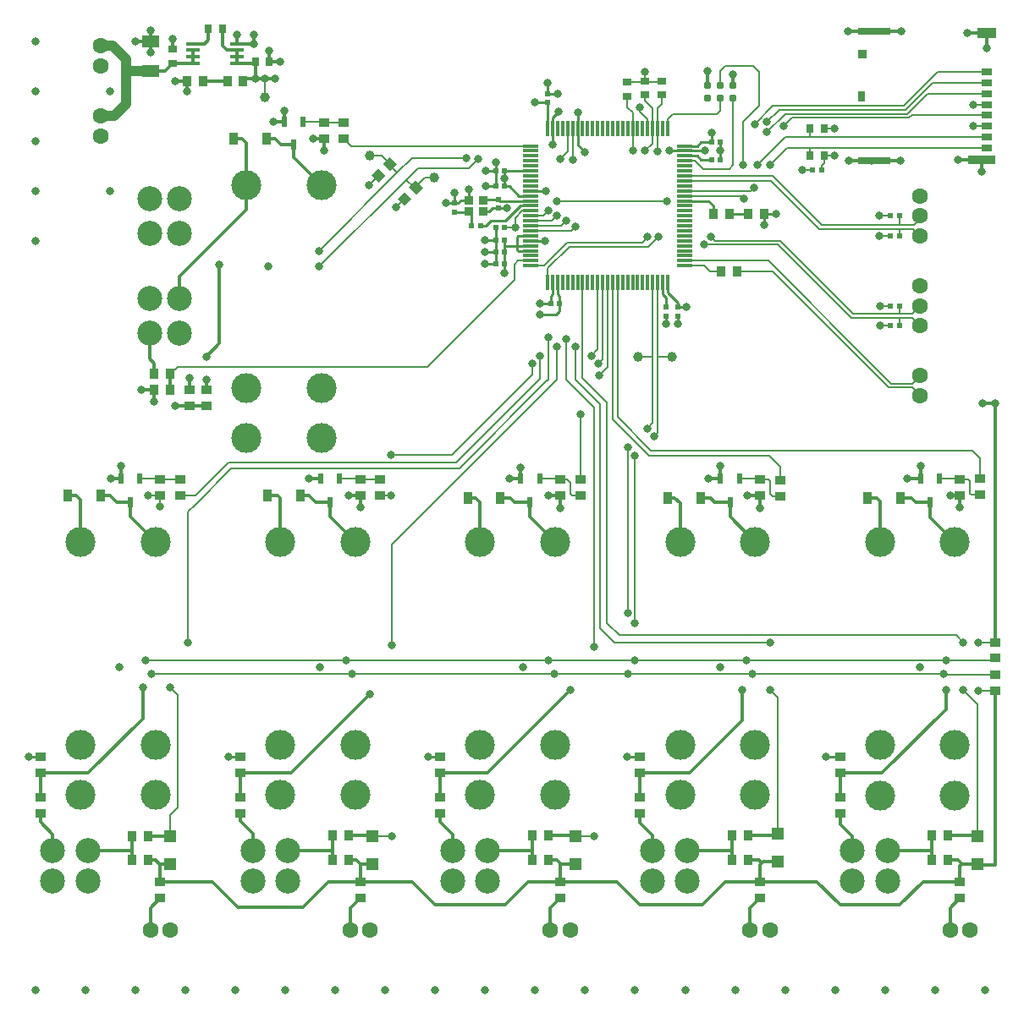
<source format=gtl>
G04 #@! TF.GenerationSoftware,KiCad,Pcbnew,5.0.1-33cea8e~68~ubuntu18.04.1*
G04 #@! TF.CreationDate,2018-11-12T15:32:08+00:00*
G04 #@! TF.ProjectId,ignition,69676E6974696F6E2E6B696361645F70,rev?*
G04 #@! TF.SameCoordinates,Original*
G04 #@! TF.FileFunction,Copper,L1,Top,Signal*
G04 #@! TF.FilePolarity,Positive*
%FSLAX46Y46*%
G04 Gerber Fmt 4.6, Leading zero omitted, Abs format (unit mm)*
G04 Created by KiCad (PCBNEW 5.0.1-33cea8e~68~ubuntu18.04.1) date Mon 12 Nov 2018 15:32:08 GMT*
%MOMM*%
%LPD*%
G01*
G04 APERTURE LIST*
G04 #@! TA.AperFunction,ComponentPad*
%ADD10C,1.600000*%
G04 #@! TD*
G04 #@! TA.AperFunction,ComponentPad*
%ADD11C,2.500000*%
G04 #@! TD*
G04 #@! TA.AperFunction,SMDPad,CuDef*
%ADD12R,1.800000X1.150000*%
G04 #@! TD*
G04 #@! TA.AperFunction,SMDPad,CuDef*
%ADD13R,0.900000X0.750000*%
G04 #@! TD*
G04 #@! TA.AperFunction,SMDPad,CuDef*
%ADD14R,0.750000X0.900000*%
G04 #@! TD*
G04 #@! TA.AperFunction,SMDPad,CuDef*
%ADD15R,0.620000X0.620000*%
G04 #@! TD*
G04 #@! TA.AperFunction,SMDPad,CuDef*
%ADD16R,0.910000X1.220000*%
G04 #@! TD*
G04 #@! TA.AperFunction,SMDPad,CuDef*
%ADD17R,1.200000X1.200000*%
G04 #@! TD*
G04 #@! TA.AperFunction,SMDPad,CuDef*
%ADD18R,0.950000X1.000000*%
G04 #@! TD*
G04 #@! TA.AperFunction,SMDPad,CuDef*
%ADD19R,1.450000X0.450000*%
G04 #@! TD*
G04 #@! TA.AperFunction,SMDPad,CuDef*
%ADD20R,1.500000X0.300000*%
G04 #@! TD*
G04 #@! TA.AperFunction,SMDPad,CuDef*
%ADD21R,0.300000X1.500000*%
G04 #@! TD*
G04 #@! TA.AperFunction,ComponentPad*
%ADD22C,3.000000*%
G04 #@! TD*
G04 #@! TA.AperFunction,BGAPad,CuDef*
%ADD23C,0.787000*%
G04 #@! TD*
G04 #@! TA.AperFunction,SMDPad,CuDef*
%ADD24R,0.600000X1.000000*%
G04 #@! TD*
G04 #@! TA.AperFunction,SMDPad,CuDef*
%ADD25R,1.000000X0.950000*%
G04 #@! TD*
G04 #@! TA.AperFunction,SMDPad,CuDef*
%ADD26C,0.950000*%
G04 #@! TD*
G04 #@! TA.AperFunction,Conductor*
%ADD27C,0.100000*%
G04 #@! TD*
G04 #@! TA.AperFunction,BGAPad,CuDef*
%ADD28C,1.000000*%
G04 #@! TD*
G04 #@! TA.AperFunction,SMDPad,CuDef*
%ADD29R,1.100000X0.700000*%
G04 #@! TD*
G04 #@! TA.AperFunction,SMDPad,CuDef*
%ADD30R,1.830000X1.140000*%
G04 #@! TD*
G04 #@! TA.AperFunction,SMDPad,CuDef*
%ADD31R,2.800000X0.860000*%
G04 #@! TD*
G04 #@! TA.AperFunction,SMDPad,CuDef*
%ADD32R,3.330000X0.700000*%
G04 #@! TD*
G04 #@! TA.AperFunction,SMDPad,CuDef*
%ADD33R,0.930000X0.900000*%
G04 #@! TD*
G04 #@! TA.AperFunction,SMDPad,CuDef*
%ADD34R,0.780000X1.050000*%
G04 #@! TD*
G04 #@! TA.AperFunction,SMDPad,CuDef*
%ADD35R,0.950000X0.850000*%
G04 #@! TD*
G04 #@! TA.AperFunction,ViaPad*
%ADD36C,0.800000*%
G04 #@! TD*
G04 #@! TA.AperFunction,Conductor*
%ADD37C,0.350000*%
G04 #@! TD*
G04 #@! TA.AperFunction,Conductor*
%ADD38C,0.250000*%
G04 #@! TD*
G04 #@! TA.AperFunction,Conductor*
%ADD39C,0.200000*%
G04 #@! TD*
G04 #@! TA.AperFunction,Conductor*
%ADD40C,1.000000*%
G04 #@! TD*
G04 APERTURE END LIST*
D10*
G04 #@! TO.P,J9,1*
G04 #@! TO.N,Net-(J9-Pad1)*
X114000000Y-111500000D03*
G04 #@! TO.P,J9,2*
G04 #@! TO.N,/LED5*
X116000000Y-111500000D03*
G04 #@! TD*
D11*
G04 #@! TO.P,J17,3*
G04 #@! TO.N,GND*
X104250000Y-106590000D03*
G04 #@! TO.P,J17,2*
G04 #@! TO.N,/CH5*
X107750000Y-103590000D03*
G04 #@! TO.P,J17,1*
X104250000Y-103590000D03*
G04 #@! TO.P,J17,4*
G04 #@! TO.N,GND*
X107750000Y-106590000D03*
G04 #@! TD*
D12*
G04 #@! TO.P,C2,2*
G04 #@! TO.N,GND*
X34000000Y-22500000D03*
G04 #@! TO.P,C2,1*
G04 #@! TO.N,5v*
X34000000Y-25500000D03*
G04 #@! TD*
D13*
G04 #@! TO.P,C3,1*
G04 #@! TO.N,5v*
X36250000Y-24700000D03*
G04 #@! TO.P,C3,2*
G04 #@! TO.N,GND*
X36250000Y-23300000D03*
G04 #@! TD*
D14*
G04 #@! TO.P,C4,2*
G04 #@! TO.N,Net-(C4-Pad2)*
X39800000Y-21250000D03*
G04 #@! TO.P,C4,1*
G04 #@! TO.N,3v3*
X41200000Y-21250000D03*
G04 #@! TD*
G04 #@! TO.P,C5,2*
G04 #@! TO.N,GND*
X45900000Y-24600000D03*
G04 #@! TO.P,C5,1*
G04 #@! TO.N,3v3*
X44500000Y-24600000D03*
G04 #@! TD*
D15*
G04 #@! TO.P,C6,1*
G04 #@! TO.N,GND*
X68800000Y-39250000D03*
G04 #@! TO.P,C6,2*
G04 #@! TO.N,Net-(C6-Pad2)*
X68800000Y-38350000D03*
G04 #@! TD*
G04 #@! TO.P,C7,2*
G04 #@! TO.N,Net-(C7-Pad2)*
X64400000Y-39650000D03*
G04 #@! TO.P,C7,1*
G04 #@! TO.N,GND*
X64400000Y-38750000D03*
G04 #@! TD*
G04 #@! TO.P,C8,1*
G04 #@! TO.N,GND*
X68550000Y-35500000D03*
G04 #@! TO.P,C8,2*
G04 #@! TO.N,3v3*
X69450000Y-35500000D03*
G04 #@! TD*
G04 #@! TO.P,C9,1*
G04 #@! TO.N,GND*
X68550000Y-42400000D03*
G04 #@! TO.P,C9,2*
G04 #@! TO.N,3v3*
X69450000Y-42400000D03*
G04 #@! TD*
G04 #@! TO.P,C10,1*
G04 #@! TO.N,GND*
X86800000Y-50050000D03*
G04 #@! TO.P,C10,2*
G04 #@! TO.N,3v3*
X86800000Y-49150000D03*
G04 #@! TD*
G04 #@! TO.P,C11,1*
G04 #@! TO.N,GND*
X73700000Y-27750000D03*
G04 #@! TO.P,C11,2*
G04 #@! TO.N,3v3*
X73700000Y-28650000D03*
G04 #@! TD*
G04 #@! TO.P,C12,2*
G04 #@! TO.N,3v3*
X69450000Y-44800000D03*
G04 #@! TO.P,C12,1*
G04 #@! TO.N,GND*
X68550000Y-44800000D03*
G04 #@! TD*
G04 #@! TO.P,C13,1*
G04 #@! TO.N,GND*
X68550000Y-37000000D03*
G04 #@! TO.P,C13,2*
G04 #@! TO.N,3v3*
X69450000Y-37000000D03*
G04 #@! TD*
G04 #@! TO.P,C14,2*
G04 #@! TO.N,3v3*
X74950000Y-48800000D03*
G04 #@! TO.P,C14,1*
G04 #@! TO.N,GND*
X74050000Y-48800000D03*
G04 #@! TD*
G04 #@! TO.P,C15,2*
G04 #@! TO.N,3v3*
X90150000Y-32600000D03*
G04 #@! TO.P,C15,1*
G04 #@! TO.N,GND*
X91050000Y-32600000D03*
G04 #@! TD*
G04 #@! TO.P,C16,2*
G04 #@! TO.N,3v3*
X69450000Y-43600000D03*
G04 #@! TO.P,C16,1*
G04 #@! TO.N,GND*
X68550000Y-43600000D03*
G04 #@! TD*
G04 #@! TO.P,C17,1*
G04 #@! TO.N,Net-(C17-Pad1)*
X90150000Y-34400000D03*
G04 #@! TO.P,C17,2*
G04 #@! TO.N,GND*
X91050000Y-34400000D03*
G04 #@! TD*
G04 #@! TO.P,C18,2*
G04 #@! TO.N,GND*
X85600000Y-50050000D03*
G04 #@! TO.P,C18,1*
G04 #@! TO.N,Net-(C18-Pad1)*
X85600000Y-49150000D03*
G04 #@! TD*
G04 #@! TO.P,C19,2*
G04 #@! TO.N,GND*
X100250000Y-35400000D03*
G04 #@! TO.P,C19,1*
G04 #@! TO.N,3v3*
X101150000Y-35400000D03*
G04 #@! TD*
G04 #@! TO.P,C20,2*
G04 #@! TO.N,/~RST*
X69450000Y-41200000D03*
G04 #@! TO.P,C20,1*
G04 #@! TO.N,GND*
X68550000Y-41200000D03*
G04 #@! TD*
D16*
G04 #@! TO.P,D1,2*
G04 #@! TO.N,/LED2*
X49025000Y-68000000D03*
G04 #@! TO.P,D1,1*
G04 #@! TO.N,/FIRE_DIST*
X45755000Y-68000000D03*
G04 #@! TD*
G04 #@! TO.P,D2,1*
G04 #@! TO.N,/FIRE_DIST*
X85755000Y-68250000D03*
G04 #@! TO.P,D2,2*
G04 #@! TO.N,/LED4*
X89025000Y-68250000D03*
G04 #@! TD*
G04 #@! TO.P,D3,1*
G04 #@! TO.N,VCC*
X42355000Y-32250000D03*
G04 #@! TO.P,D3,2*
G04 #@! TO.N,Net-(D3-Pad2)*
X45625000Y-32250000D03*
G04 #@! TD*
D17*
G04 #@! TO.P,D4,2*
G04 #@! TO.N,/CH2_CONT*
X56250000Y-102100000D03*
G04 #@! TO.P,D4,1*
G04 #@! TO.N,3v3*
X56250000Y-104900000D03*
G04 #@! TD*
G04 #@! TO.P,D5,2*
G04 #@! TO.N,/CH4_CONT*
X96750000Y-101850000D03*
G04 #@! TO.P,D5,1*
G04 #@! TO.N,3v3*
X96750000Y-104650000D03*
G04 #@! TD*
D16*
G04 #@! TO.P,D6,1*
G04 #@! TO.N,/FIRE_DIST*
X25755000Y-68000000D03*
G04 #@! TO.P,D6,2*
G04 #@! TO.N,/LED1*
X29025000Y-68000000D03*
G04 #@! TD*
G04 #@! TO.P,D7,2*
G04 #@! TO.N,/LED3*
X69025000Y-68250000D03*
G04 #@! TO.P,D7,1*
G04 #@! TO.N,/FIRE_DIST*
X65755000Y-68250000D03*
G04 #@! TD*
G04 #@! TO.P,D8,2*
G04 #@! TO.N,/LED5*
X109025000Y-68250000D03*
G04 #@! TO.P,D8,1*
G04 #@! TO.N,/FIRE_DIST*
X105755000Y-68250000D03*
G04 #@! TD*
D18*
G04 #@! TO.P,D9,1*
G04 #@! TO.N,GND*
X37700000Y-26500000D03*
G04 #@! TO.P,D9,2*
G04 #@! TO.N,Net-(D9-Pad2)*
X39300000Y-26500000D03*
G04 #@! TD*
G04 #@! TO.P,D10,2*
G04 #@! TO.N,Net-(D10-Pad2)*
X93800000Y-39800000D03*
G04 #@! TO.P,D10,1*
G04 #@! TO.N,GND*
X95400000Y-39800000D03*
G04 #@! TD*
D17*
G04 #@! TO.P,D11,1*
G04 #@! TO.N,3v3*
X36000000Y-104900000D03*
G04 #@! TO.P,D11,2*
G04 #@! TO.N,/CH1_CONT*
X36000000Y-102100000D03*
G04 #@! TD*
G04 #@! TO.P,D12,1*
G04 #@! TO.N,3v3*
X76500000Y-104900000D03*
G04 #@! TO.P,D12,2*
G04 #@! TO.N,/CH3_CONT*
X76500000Y-102100000D03*
G04 #@! TD*
G04 #@! TO.P,D13,1*
G04 #@! TO.N,3v3*
X116750000Y-104900000D03*
G04 #@! TO.P,D13,2*
G04 #@! TO.N,/CH5_CONT*
X116750000Y-102100000D03*
G04 #@! TD*
D19*
G04 #@! TO.P,IC7,1*
G04 #@! TO.N,3v3*
X42700000Y-24725000D03*
G04 #@! TO.P,IC7,2*
X42700000Y-24075000D03*
G04 #@! TO.P,IC7,3*
X42700000Y-23425000D03*
G04 #@! TO.P,IC7,4*
G04 #@! TO.N,GND*
X42700000Y-22775000D03*
G04 #@! TO.P,IC7,5*
G04 #@! TO.N,Net-(C4-Pad2)*
X38300000Y-22775000D03*
G04 #@! TO.P,IC7,6*
G04 #@! TO.N,5v*
X38300000Y-23425000D03*
G04 #@! TO.P,IC7,7*
X38300000Y-24075000D03*
G04 #@! TO.P,IC7,8*
X38300000Y-24725000D03*
G04 #@! TD*
D20*
G04 #@! TO.P,IC8,1*
G04 #@! TO.N,/ARM_SUPPLY*
X72050000Y-33000000D03*
G04 #@! TO.P,IC8,2*
G04 #@! TO.N,Net-(IC8-Pad2)*
X72050000Y-33500000D03*
G04 #@! TO.P,IC8,3*
G04 #@! TO.N,Net-(IC8-Pad3)*
X72050000Y-34000000D03*
G04 #@! TO.P,IC8,4*
G04 #@! TO.N,Net-(IC8-Pad4)*
X72050000Y-34500000D03*
G04 #@! TO.P,IC8,5*
G04 #@! TO.N,Net-(IC8-Pad5)*
X72050000Y-35000000D03*
G04 #@! TO.P,IC8,6*
G04 #@! TO.N,3v3*
X72050000Y-35500000D03*
G04 #@! TO.P,IC8,7*
G04 #@! TO.N,Net-(IC8-Pad7)*
X72050000Y-36000000D03*
G04 #@! TO.P,IC8,8*
G04 #@! TO.N,Net-(IC8-Pad8)*
X72050000Y-36500000D03*
G04 #@! TO.P,IC8,9*
G04 #@! TO.N,Net-(IC8-Pad9)*
X72050000Y-37000000D03*
G04 #@! TO.P,IC8,10*
G04 #@! TO.N,GND*
X72050000Y-37500000D03*
G04 #@! TO.P,IC8,11*
G04 #@! TO.N,3v3*
X72050000Y-38000000D03*
G04 #@! TO.P,IC8,12*
G04 #@! TO.N,Net-(C6-Pad2)*
X72050000Y-38500000D03*
G04 #@! TO.P,IC8,13*
G04 #@! TO.N,Net-(IC8-Pad13)*
X72050000Y-39000000D03*
G04 #@! TO.P,IC8,14*
G04 #@! TO.N,/~RST*
X72050000Y-39500000D03*
G04 #@! TO.P,IC8,15*
G04 #@! TO.N,/CH1_CONT*
X72050000Y-40000000D03*
G04 #@! TO.P,IC8,16*
G04 #@! TO.N,/CH2_CONT*
X72050000Y-40500000D03*
G04 #@! TO.P,IC8,17*
G04 #@! TO.N,/CH3_CONT*
X72050000Y-41000000D03*
G04 #@! TO.P,IC8,18*
G04 #@! TO.N,/CH4_CONT*
X72050000Y-41500000D03*
G04 #@! TO.P,IC8,19*
G04 #@! TO.N,3v3*
X72050000Y-42000000D03*
G04 #@! TO.P,IC8,20*
G04 #@! TO.N,GND*
X72050000Y-42500000D03*
G04 #@! TO.P,IC8,21*
G04 #@! TO.N,3v3*
X72050000Y-43000000D03*
G04 #@! TO.P,IC8,22*
X72050000Y-43500000D03*
G04 #@! TO.P,IC8,23*
G04 #@! TO.N,Net-(IC8-Pad23)*
X72050000Y-44000000D03*
G04 #@! TO.P,IC8,24*
G04 #@! TO.N,/PSU_MON*
X72050000Y-44500000D03*
G04 #@! TO.P,IC8,25*
G04 #@! TO.N,/USART2_TX*
X72050000Y-45000000D03*
D21*
G04 #@! TO.P,IC8,26*
G04 #@! TO.N,/USART2_RX*
X73750000Y-46700000D03*
G04 #@! TO.P,IC8,27*
G04 #@! TO.N,GND*
X74250000Y-46700000D03*
G04 #@! TO.P,IC8,28*
G04 #@! TO.N,3v3*
X74750000Y-46700000D03*
G04 #@! TO.P,IC8,29*
G04 #@! TO.N,Net-(IC8-Pad29)*
X75250000Y-46700000D03*
G04 #@! TO.P,IC8,30*
G04 #@! TO.N,Net-(IC8-Pad30)*
X75750000Y-46700000D03*
G04 #@! TO.P,IC8,31*
G04 #@! TO.N,Net-(IC8-Pad31)*
X76250000Y-46700000D03*
G04 #@! TO.P,IC8,32*
G04 #@! TO.N,Net-(IC8-Pad32)*
X76750000Y-46700000D03*
G04 #@! TO.P,IC8,33*
G04 #@! TO.N,/CH5_CONT*
X77250000Y-46700000D03*
G04 #@! TO.P,IC8,34*
G04 #@! TO.N,Net-(IC8-Pad34)*
X77750000Y-46700000D03*
G04 #@! TO.P,IC8,35*
G04 #@! TO.N,Net-(IC8-Pad35)*
X78250000Y-46700000D03*
G04 #@! TO.P,IC8,36*
G04 #@! TO.N,/CH1_FIRE*
X78750000Y-46700000D03*
G04 #@! TO.P,IC8,37*
G04 #@! TO.N,/CH2_FIRE*
X79250000Y-46700000D03*
G04 #@! TO.P,IC8,38*
G04 #@! TO.N,/CH3_FIRE*
X79750000Y-46700000D03*
G04 #@! TO.P,IC8,39*
G04 #@! TO.N,/CH4_FIRE*
X80250000Y-46700000D03*
G04 #@! TO.P,IC8,40*
G04 #@! TO.N,/CH5_FIRE*
X80750000Y-46700000D03*
G04 #@! TO.P,IC8,41*
G04 #@! TO.N,Net-(IC8-Pad41)*
X81250000Y-46700000D03*
G04 #@! TO.P,IC8,42*
G04 #@! TO.N,Net-(IC8-Pad42)*
X81750000Y-46700000D03*
G04 #@! TO.P,IC8,43*
G04 #@! TO.N,Net-(IC8-Pad43)*
X82250000Y-46700000D03*
G04 #@! TO.P,IC8,44*
G04 #@! TO.N,Net-(IC8-Pad44)*
X82750000Y-46700000D03*
G04 #@! TO.P,IC8,45*
G04 #@! TO.N,Net-(IC8-Pad45)*
X83250000Y-46700000D03*
G04 #@! TO.P,IC8,46*
G04 #@! TO.N,Net-(IC8-Pad46)*
X83750000Y-46700000D03*
G04 #@! TO.P,IC8,47*
G04 #@! TO.N,/I2C2_SCL*
X84250000Y-46700000D03*
G04 #@! TO.P,IC8,48*
G04 #@! TO.N,/I2C2_SDA*
X84750000Y-46700000D03*
G04 #@! TO.P,IC8,49*
G04 #@! TO.N,Net-(C18-Pad1)*
X85250000Y-46700000D03*
G04 #@! TO.P,IC8,50*
G04 #@! TO.N,3v3*
X85750000Y-46700000D03*
D20*
G04 #@! TO.P,IC8,51*
G04 #@! TO.N,/ARM_GRN*
X87450000Y-45000000D03*
G04 #@! TO.P,IC8,52*
G04 #@! TO.N,/ARM_RED*
X87450000Y-44500000D03*
G04 #@! TO.P,IC8,53*
G04 #@! TO.N,Net-(IC8-Pad53)*
X87450000Y-44000000D03*
G04 #@! TO.P,IC8,54*
G04 #@! TO.N,Net-(IC8-Pad54)*
X87450000Y-43500000D03*
G04 #@! TO.P,IC8,55*
G04 #@! TO.N,Net-(IC8-Pad55)*
X87450000Y-43000000D03*
G04 #@! TO.P,IC8,56*
G04 #@! TO.N,Net-(IC8-Pad56)*
X87450000Y-42500000D03*
G04 #@! TO.P,IC8,57*
G04 #@! TO.N,Net-(IC8-Pad57)*
X87450000Y-42000000D03*
G04 #@! TO.P,IC8,58*
G04 #@! TO.N,Net-(IC8-Pad58)*
X87450000Y-41500000D03*
G04 #@! TO.P,IC8,59*
G04 #@! TO.N,Net-(IC8-Pad59)*
X87450000Y-41000000D03*
G04 #@! TO.P,IC8,60*
G04 #@! TO.N,Net-(IC8-Pad60)*
X87450000Y-40500000D03*
G04 #@! TO.P,IC8,61*
G04 #@! TO.N,Net-(IC8-Pad61)*
X87450000Y-40000000D03*
G04 #@! TO.P,IC8,62*
G04 #@! TO.N,Net-(IC8-Pad62)*
X87450000Y-39500000D03*
G04 #@! TO.P,IC8,63*
G04 #@! TO.N,Net-(IC8-Pad63)*
X87450000Y-39000000D03*
G04 #@! TO.P,IC8,64*
G04 #@! TO.N,/STATUS*
X87450000Y-38500000D03*
G04 #@! TO.P,IC8,65*
G04 #@! TO.N,/SDIO_D0*
X87450000Y-38000000D03*
G04 #@! TO.P,IC8,66*
G04 #@! TO.N,/SDIO_D1*
X87450000Y-37500000D03*
G04 #@! TO.P,IC8,67*
G04 #@! TO.N,Net-(IC8-Pad67)*
X87450000Y-37000000D03*
G04 #@! TO.P,IC8,68*
G04 #@! TO.N,/USART1_TX*
X87450000Y-36500000D03*
G04 #@! TO.P,IC8,69*
G04 #@! TO.N,/USART1_RX*
X87450000Y-36000000D03*
G04 #@! TO.P,IC8,70*
G04 #@! TO.N,Net-(IC8-Pad70)*
X87450000Y-35500000D03*
G04 #@! TO.P,IC8,71*
G04 #@! TO.N,Net-(IC8-Pad71)*
X87450000Y-35000000D03*
G04 #@! TO.P,IC8,72*
G04 #@! TO.N,/SWDIO*
X87450000Y-34500000D03*
G04 #@! TO.P,IC8,73*
G04 #@! TO.N,Net-(C17-Pad1)*
X87450000Y-34000000D03*
G04 #@! TO.P,IC8,74*
G04 #@! TO.N,GND*
X87450000Y-33500000D03*
G04 #@! TO.P,IC8,75*
G04 #@! TO.N,3v3*
X87450000Y-33000000D03*
D21*
G04 #@! TO.P,IC8,76*
G04 #@! TO.N,/SWDCLK*
X85750000Y-31300000D03*
G04 #@! TO.P,IC8,77*
G04 #@! TO.N,Net-(IC8-Pad77)*
X85250000Y-31300000D03*
G04 #@! TO.P,IC8,78*
G04 #@! TO.N,/SDIO_D2*
X84750000Y-31300000D03*
G04 #@! TO.P,IC8,79*
G04 #@! TO.N,/SDIO_D3*
X84250000Y-31300000D03*
G04 #@! TO.P,IC8,80*
G04 #@! TO.N,/SDIO_CK*
X83750000Y-31300000D03*
G04 #@! TO.P,IC8,81*
G04 #@! TO.N,Net-(IC8-Pad81)*
X83250000Y-31300000D03*
G04 #@! TO.P,IC8,82*
G04 #@! TO.N,Net-(IC8-Pad82)*
X82750000Y-31300000D03*
G04 #@! TO.P,IC8,83*
G04 #@! TO.N,/SDIO_CMD*
X82250000Y-31300000D03*
G04 #@! TO.P,IC8,84*
G04 #@! TO.N,Net-(IC8-Pad84)*
X81750000Y-31300000D03*
G04 #@! TO.P,IC8,85*
G04 #@! TO.N,Net-(IC8-Pad85)*
X81250000Y-31300000D03*
G04 #@! TO.P,IC8,86*
G04 #@! TO.N,Net-(IC8-Pad86)*
X80750000Y-31300000D03*
G04 #@! TO.P,IC8,87*
G04 #@! TO.N,Net-(IC8-Pad87)*
X80250000Y-31300000D03*
G04 #@! TO.P,IC8,88*
G04 #@! TO.N,Net-(IC8-Pad88)*
X79750000Y-31300000D03*
G04 #@! TO.P,IC8,89*
G04 #@! TO.N,Net-(IC8-Pad89)*
X79250000Y-31300000D03*
G04 #@! TO.P,IC8,90*
G04 #@! TO.N,Net-(IC8-Pad90)*
X78750000Y-31300000D03*
G04 #@! TO.P,IC8,91*
G04 #@! TO.N,Net-(IC8-Pad91)*
X78250000Y-31300000D03*
G04 #@! TO.P,IC8,92*
G04 #@! TO.N,Net-(IC8-Pad92)*
X77750000Y-31300000D03*
G04 #@! TO.P,IC8,93*
G04 #@! TO.N,Net-(IC8-Pad93)*
X77250000Y-31300000D03*
G04 #@! TO.P,IC8,94*
G04 #@! TO.N,GND*
X76750000Y-31300000D03*
G04 #@! TO.P,IC8,95*
G04 #@! TO.N,/I2C1_SCL*
X76250000Y-31300000D03*
G04 #@! TO.P,IC8,96*
G04 #@! TO.N,/I2C1_SDA*
X75750000Y-31300000D03*
G04 #@! TO.P,IC8,97*
G04 #@! TO.N,Net-(IC8-Pad97)*
X75250000Y-31300000D03*
G04 #@! TO.P,IC8,98*
G04 #@! TO.N,Net-(IC8-Pad98)*
X74750000Y-31300000D03*
G04 #@! TO.P,IC8,99*
G04 #@! TO.N,GND*
X74250000Y-31300000D03*
G04 #@! TO.P,IC8,100*
G04 #@! TO.N,3v3*
X73750000Y-31300000D03*
G04 #@! TD*
D11*
G04 #@! TO.P,J1,4*
G04 #@! TO.N,VCC*
X33910000Y-51750000D03*
G04 #@! TO.P,J1,1*
X36910000Y-48250000D03*
G04 #@! TO.P,J1,2*
X36910000Y-51750000D03*
G04 #@! TO.P,J1,3*
X33910000Y-48250000D03*
G04 #@! TD*
D10*
G04 #@! TO.P,J2,2*
G04 #@! TO.N,/LED1*
X36000000Y-111500000D03*
G04 #@! TO.P,J2,1*
G04 #@! TO.N,Net-(J2-Pad1)*
X34000000Y-111500000D03*
G04 #@! TD*
D11*
G04 #@! TO.P,J3,3*
G04 #@! TO.N,GND*
X33910000Y-38250000D03*
G04 #@! TO.P,J3,2*
X36910000Y-41750000D03*
G04 #@! TO.P,J3,1*
X36910000Y-38250000D03*
G04 #@! TO.P,J3,4*
X33910000Y-41750000D03*
G04 #@! TD*
D10*
G04 #@! TO.P,J4,1*
G04 #@! TO.N,Net-(J4-Pad1)*
X54000000Y-111500000D03*
G04 #@! TO.P,J4,2*
G04 #@! TO.N,/LED2*
X56000000Y-111500000D03*
G04 #@! TD*
G04 #@! TO.P,J5,2*
G04 #@! TO.N,GND*
X29000000Y-25000000D03*
G04 #@! TO.P,J5,1*
G04 #@! TO.N,5v*
X29000000Y-23000000D03*
G04 #@! TD*
G04 #@! TO.P,J6,2*
G04 #@! TO.N,GND*
X29000000Y-32000000D03*
G04 #@! TO.P,J6,1*
G04 #@! TO.N,5v*
X29000000Y-30000000D03*
G04 #@! TD*
G04 #@! TO.P,J7,1*
G04 #@! TO.N,Net-(J7-Pad1)*
X74000000Y-111500000D03*
G04 #@! TO.P,J7,2*
G04 #@! TO.N,/LED3*
X76000000Y-111500000D03*
G04 #@! TD*
G04 #@! TO.P,J8,1*
G04 #@! TO.N,Net-(J8-Pad1)*
X94000000Y-111500000D03*
G04 #@! TO.P,J8,2*
G04 #@! TO.N,/LED4*
X96000000Y-111500000D03*
G04 #@! TD*
D11*
G04 #@! TO.P,J10,4*
G04 #@! TO.N,GND*
X47750000Y-106590000D03*
G04 #@! TO.P,J10,1*
G04 #@! TO.N,/CH2*
X44250000Y-103590000D03*
G04 #@! TO.P,J10,2*
X47750000Y-103590000D03*
G04 #@! TO.P,J10,3*
G04 #@! TO.N,GND*
X44250000Y-106590000D03*
G04 #@! TD*
G04 #@! TO.P,J11,4*
G04 #@! TO.N,GND*
X87750000Y-106590000D03*
G04 #@! TO.P,J11,1*
G04 #@! TO.N,/CH4*
X84250000Y-103590000D03*
G04 #@! TO.P,J11,2*
X87750000Y-103590000D03*
G04 #@! TO.P,J11,3*
G04 #@! TO.N,GND*
X84250000Y-106590000D03*
G04 #@! TD*
D10*
G04 #@! TO.P,J12,2*
G04 #@! TO.N,/ARM_RED*
X111000000Y-56000000D03*
G04 #@! TO.P,J12,1*
G04 #@! TO.N,Net-(J12-Pad1)*
X111000000Y-58000000D03*
G04 #@! TD*
G04 #@! TO.P,J13,3*
G04 #@! TO.N,GND*
X111000000Y-38000000D03*
G04 #@! TO.P,J13,2*
G04 #@! TO.N,/USART1_RX*
X111000000Y-40000000D03*
G04 #@! TO.P,J13,1*
G04 #@! TO.N,/USART1_TX*
X111000000Y-42000000D03*
G04 #@! TD*
G04 #@! TO.P,J14,1*
G04 #@! TO.N,/USART2_TX*
X111000000Y-51000000D03*
G04 #@! TO.P,J14,2*
G04 #@! TO.N,/USART2_RX*
X111000000Y-49000000D03*
G04 #@! TO.P,J14,3*
G04 #@! TO.N,GND*
X111000000Y-47000000D03*
G04 #@! TD*
D11*
G04 #@! TO.P,J15,3*
G04 #@! TO.N,GND*
X24250000Y-106590000D03*
G04 #@! TO.P,J15,2*
G04 #@! TO.N,/CH1*
X27750000Y-103590000D03*
G04 #@! TO.P,J15,1*
X24250000Y-103590000D03*
G04 #@! TO.P,J15,4*
G04 #@! TO.N,GND*
X27750000Y-106590000D03*
G04 #@! TD*
G04 #@! TO.P,J16,3*
G04 #@! TO.N,GND*
X64250000Y-106590000D03*
G04 #@! TO.P,J16,2*
G04 #@! TO.N,/CH3*
X67750000Y-103590000D03*
G04 #@! TO.P,J16,1*
X64250000Y-103590000D03*
G04 #@! TO.P,J16,4*
G04 #@! TO.N,GND*
X67750000Y-106590000D03*
G04 #@! TD*
D22*
G04 #@! TO.P,K1,4*
G04 #@! TO.N,/CH2*
X54500000Y-98000000D03*
G04 #@! TO.P,K1,3*
G04 #@! TO.N,Net-(IC1-Pad10)*
X54500000Y-92960000D03*
G04 #@! TO.P,K1,4*
G04 #@! TO.N,/CH2*
X47000000Y-98000000D03*
G04 #@! TO.P,K1,3*
G04 #@! TO.N,Net-(IC1-Pad10)*
X47000000Y-92960000D03*
G04 #@! TO.P,K1,2*
G04 #@! TO.N,/FIRE_DIST*
X47000000Y-72660000D03*
G04 #@! TO.P,K1,1*
G04 #@! TO.N,/LED2*
X54500000Y-72660000D03*
G04 #@! TD*
G04 #@! TO.P,K2,4*
G04 #@! TO.N,/CH4*
X94500000Y-98000000D03*
G04 #@! TO.P,K2,3*
G04 #@! TO.N,Net-(IC2-Pad10)*
X94500000Y-92960000D03*
G04 #@! TO.P,K2,4*
G04 #@! TO.N,/CH4*
X87000000Y-98000000D03*
G04 #@! TO.P,K2,3*
G04 #@! TO.N,Net-(IC2-Pad10)*
X87000000Y-92960000D03*
G04 #@! TO.P,K2,2*
G04 #@! TO.N,/FIRE_DIST*
X87000000Y-72660000D03*
G04 #@! TO.P,K2,1*
G04 #@! TO.N,/LED4*
X94500000Y-72660000D03*
G04 #@! TD*
G04 #@! TO.P,K3,1*
G04 #@! TO.N,Net-(D3-Pad2)*
X51100000Y-36910000D03*
G04 #@! TO.P,K3,2*
G04 #@! TO.N,VCC*
X43600000Y-36910000D03*
G04 #@! TO.P,K3,3*
G04 #@! TO.N,Net-(IC3-Pad10)*
X43600000Y-57210000D03*
G04 #@! TO.P,K3,4*
G04 #@! TO.N,/FIRE_DIST*
X43600000Y-62250000D03*
G04 #@! TO.P,K3,3*
G04 #@! TO.N,Net-(IC3-Pad10)*
X51100000Y-57210000D03*
G04 #@! TO.P,K3,4*
G04 #@! TO.N,/FIRE_DIST*
X51100000Y-62250000D03*
G04 #@! TD*
G04 #@! TO.P,K4,1*
G04 #@! TO.N,/LED1*
X34500000Y-72660000D03*
G04 #@! TO.P,K4,2*
G04 #@! TO.N,/FIRE_DIST*
X27000000Y-72660000D03*
G04 #@! TO.P,K4,3*
G04 #@! TO.N,Net-(IC4-Pad10)*
X27000000Y-92960000D03*
G04 #@! TO.P,K4,4*
G04 #@! TO.N,/CH1*
X27000000Y-98000000D03*
G04 #@! TO.P,K4,3*
G04 #@! TO.N,Net-(IC4-Pad10)*
X34500000Y-92960000D03*
G04 #@! TO.P,K4,4*
G04 #@! TO.N,/CH1*
X34500000Y-98000000D03*
G04 #@! TD*
G04 #@! TO.P,K5,1*
G04 #@! TO.N,/LED3*
X74500000Y-72660000D03*
G04 #@! TO.P,K5,2*
G04 #@! TO.N,/FIRE_DIST*
X67000000Y-72660000D03*
G04 #@! TO.P,K5,3*
G04 #@! TO.N,Net-(IC5-Pad10)*
X67000000Y-92960000D03*
G04 #@! TO.P,K5,4*
G04 #@! TO.N,/CH3*
X67000000Y-98000000D03*
G04 #@! TO.P,K5,3*
G04 #@! TO.N,Net-(IC5-Pad10)*
X74500000Y-92960000D03*
G04 #@! TO.P,K5,4*
G04 #@! TO.N,/CH3*
X74500000Y-98000000D03*
G04 #@! TD*
G04 #@! TO.P,K6,4*
G04 #@! TO.N,/CH5*
X114500000Y-98040000D03*
G04 #@! TO.P,K6,3*
G04 #@! TO.N,Net-(IC6-Pad10)*
X114500000Y-93000000D03*
G04 #@! TO.P,K6,4*
G04 #@! TO.N,/CH5*
X107000000Y-98040000D03*
G04 #@! TO.P,K6,3*
G04 #@! TO.N,Net-(IC6-Pad10)*
X107000000Y-93000000D03*
G04 #@! TO.P,K6,2*
G04 #@! TO.N,/FIRE_DIST*
X107000000Y-72700000D03*
G04 #@! TO.P,K6,1*
G04 #@! TO.N,/LED5*
X114500000Y-72700000D03*
G04 #@! TD*
D23*
G04 #@! TO.P,P1,1*
G04 #@! TO.N,3v3*
X92270000Y-26960000D03*
G04 #@! TO.P,P1,2*
G04 #@! TO.N,/SWDIO*
X92270000Y-28230000D03*
G04 #@! TO.P,P1,3*
G04 #@! TO.N,/~RST*
X91000000Y-26960000D03*
G04 #@! TO.P,P1,4*
G04 #@! TO.N,/SWDCLK*
X91000000Y-28230000D03*
G04 #@! TO.P,P1,5*
G04 #@! TO.N,GND*
X89730000Y-26960000D03*
G04 #@! TO.P,P1,6*
G04 #@! TO.N,Net-(P1-Pad6)*
X89730000Y-28230000D03*
G04 #@! TD*
D24*
G04 #@! TO.P,Q1,1*
G04 #@! TO.N,Net-(Q1-Pad1)*
X52950000Y-66350000D03*
G04 #@! TO.P,Q1,2*
G04 #@! TO.N,GND*
X51050000Y-66350000D03*
G04 #@! TO.P,Q1,3*
G04 #@! TO.N,/LED2*
X52000000Y-68650000D03*
G04 #@! TD*
G04 #@! TO.P,Q2,3*
G04 #@! TO.N,/LED4*
X92000000Y-68650000D03*
G04 #@! TO.P,Q2,2*
G04 #@! TO.N,GND*
X91050000Y-66350000D03*
G04 #@! TO.P,Q2,1*
G04 #@! TO.N,Net-(Q2-Pad1)*
X92950000Y-66350000D03*
G04 #@! TD*
G04 #@! TO.P,Q3,3*
G04 #@! TO.N,Net-(D3-Pad2)*
X48350000Y-32900000D03*
G04 #@! TO.P,Q3,2*
G04 #@! TO.N,GND*
X47400000Y-30600000D03*
G04 #@! TO.P,Q3,1*
G04 #@! TO.N,Net-(Q3-Pad1)*
X49300000Y-30600000D03*
G04 #@! TD*
G04 #@! TO.P,Q4,1*
G04 #@! TO.N,Net-(Q4-Pad1)*
X32950000Y-66350000D03*
G04 #@! TO.P,Q4,2*
G04 #@! TO.N,GND*
X31050000Y-66350000D03*
G04 #@! TO.P,Q4,3*
G04 #@! TO.N,/LED1*
X32000000Y-68650000D03*
G04 #@! TD*
G04 #@! TO.P,Q5,3*
G04 #@! TO.N,/LED3*
X72000000Y-68650000D03*
G04 #@! TO.P,Q5,2*
G04 #@! TO.N,GND*
X71050000Y-66350000D03*
G04 #@! TO.P,Q5,1*
G04 #@! TO.N,Net-(Q5-Pad1)*
X72950000Y-66350000D03*
G04 #@! TD*
G04 #@! TO.P,Q6,1*
G04 #@! TO.N,Net-(Q6-Pad1)*
X112950000Y-66350000D03*
G04 #@! TO.P,Q6,2*
G04 #@! TO.N,GND*
X111050000Y-66350000D03*
G04 #@! TO.P,Q6,3*
G04 #@! TO.N,/LED5*
X112000000Y-68650000D03*
G04 #@! TD*
D25*
G04 #@! TO.P,R1,2*
G04 #@! TO.N,3v3*
X35000000Y-106700000D03*
G04 #@! TO.P,R1,1*
G04 #@! TO.N,Net-(J2-Pad1)*
X35000000Y-108300000D03*
G04 #@! TD*
D18*
G04 #@! TO.P,R2,1*
G04 #@! TO.N,/PSU_MON*
X36000000Y-57400000D03*
G04 #@! TO.P,R2,2*
G04 #@! TO.N,GND*
X34400000Y-57400000D03*
G04 #@! TD*
G04 #@! TO.P,R3,1*
G04 #@! TO.N,/PSU_MON*
X36000000Y-55800000D03*
G04 #@! TO.P,R3,2*
G04 #@! TO.N,VCC*
X34400000Y-55800000D03*
G04 #@! TD*
D25*
G04 #@! TO.P,R4,2*
G04 #@! TO.N,3v3*
X55000000Y-106700000D03*
G04 #@! TO.P,R4,1*
G04 #@! TO.N,Net-(J4-Pad1)*
X55000000Y-108300000D03*
G04 #@! TD*
G04 #@! TO.P,R5,2*
G04 #@! TO.N,Net-(IC1-Pad5)*
X43000000Y-95800000D03*
G04 #@! TO.P,R5,1*
G04 #@! TO.N,GND*
X43000000Y-94200000D03*
G04 #@! TD*
G04 #@! TO.P,R6,1*
G04 #@! TO.N,GND*
X83000000Y-94200000D03*
G04 #@! TO.P,R6,2*
G04 #@! TO.N,Net-(IC2-Pad5)*
X83000000Y-95800000D03*
G04 #@! TD*
G04 #@! TO.P,R9,1*
G04 #@! TO.N,/CH2*
X43000000Y-99800000D03*
G04 #@! TO.P,R9,2*
G04 #@! TO.N,Net-(IC1-Pad5)*
X43000000Y-98200000D03*
G04 #@! TD*
G04 #@! TO.P,R10,2*
G04 #@! TO.N,Net-(IC2-Pad5)*
X83000000Y-98200000D03*
G04 #@! TO.P,R10,1*
G04 #@! TO.N,/CH4*
X83000000Y-99800000D03*
G04 #@! TD*
G04 #@! TO.P,R11,1*
G04 #@! TO.N,GND*
X39600000Y-57450000D03*
G04 #@! TO.P,R11,2*
G04 #@! TO.N,Net-(IC3-Pad5)*
X39600000Y-59050000D03*
G04 #@! TD*
G04 #@! TO.P,R12,1*
G04 #@! TO.N,Net-(J7-Pad1)*
X75000000Y-108300000D03*
G04 #@! TO.P,R12,2*
G04 #@! TO.N,3v3*
X75000000Y-106700000D03*
G04 #@! TD*
G04 #@! TO.P,R14,1*
G04 #@! TO.N,/FIRE_DIST*
X37900000Y-57400000D03*
G04 #@! TO.P,R14,2*
G04 #@! TO.N,Net-(IC3-Pad5)*
X37900000Y-59000000D03*
G04 #@! TD*
G04 #@! TO.P,R15,1*
G04 #@! TO.N,GND*
X55000000Y-68000000D03*
G04 #@! TO.P,R15,2*
G04 #@! TO.N,Net-(Q1-Pad1)*
X55000000Y-66400000D03*
G04 #@! TD*
G04 #@! TO.P,R16,2*
G04 #@! TO.N,Net-(Q2-Pad1)*
X95000000Y-66400000D03*
G04 #@! TO.P,R16,1*
G04 #@! TO.N,GND*
X95000000Y-68000000D03*
G04 #@! TD*
G04 #@! TO.P,R17,1*
G04 #@! TO.N,Net-(J8-Pad1)*
X95000000Y-108300000D03*
G04 #@! TO.P,R17,2*
G04 #@! TO.N,3v3*
X95000000Y-106700000D03*
G04 #@! TD*
G04 #@! TO.P,R18,2*
G04 #@! TO.N,Net-(Q1-Pad1)*
X57000000Y-66400000D03*
G04 #@! TO.P,R18,1*
G04 #@! TO.N,/CH2_FIRE*
X57000000Y-68000000D03*
G04 #@! TD*
G04 #@! TO.P,R19,1*
G04 #@! TO.N,/CH4_FIRE*
X97000000Y-66450000D03*
G04 #@! TO.P,R19,2*
G04 #@! TO.N,Net-(Q2-Pad1)*
X97000000Y-68050000D03*
G04 #@! TD*
G04 #@! TO.P,R20,2*
G04 #@! TO.N,Net-(Q3-Pad1)*
X51350000Y-30650000D03*
G04 #@! TO.P,R20,1*
G04 #@! TO.N,GND*
X51350000Y-32250000D03*
G04 #@! TD*
G04 #@! TO.P,R21,2*
G04 #@! TO.N,Net-(Q3-Pad1)*
X53350000Y-30650000D03*
G04 #@! TO.P,R21,1*
G04 #@! TO.N,/ARM_SUPPLY*
X53350000Y-32250000D03*
G04 #@! TD*
D18*
G04 #@! TO.P,R22,2*
G04 #@! TO.N,3v3*
X53800000Y-104500000D03*
G04 #@! TO.P,R22,1*
G04 #@! TO.N,/CH2*
X52200000Y-104500000D03*
G04 #@! TD*
G04 #@! TO.P,R23,1*
G04 #@! TO.N,/CH4*
X92200000Y-104500000D03*
G04 #@! TO.P,R23,2*
G04 #@! TO.N,3v3*
X93800000Y-104500000D03*
G04 #@! TD*
D25*
G04 #@! TO.P,R24,1*
G04 #@! TO.N,Net-(J9-Pad1)*
X115000000Y-108300000D03*
G04 #@! TO.P,R24,2*
G04 #@! TO.N,3v3*
X115000000Y-106700000D03*
G04 #@! TD*
D18*
G04 #@! TO.P,R25,1*
G04 #@! TO.N,/CH2*
X52200000Y-102000000D03*
G04 #@! TO.P,R25,2*
G04 #@! TO.N,/CH2_CONT*
X53800000Y-102000000D03*
G04 #@! TD*
G04 #@! TO.P,R26,2*
G04 #@! TO.N,/CH4_CONT*
X93800000Y-102000000D03*
G04 #@! TO.P,R26,1*
G04 #@! TO.N,/CH4*
X92200000Y-102000000D03*
G04 #@! TD*
G04 #@! TO.P,R27,2*
G04 #@! TO.N,/ARM_GRN*
X91100000Y-45600000D03*
G04 #@! TO.P,R27,1*
G04 #@! TO.N,Net-(J12-Pad1)*
X92700000Y-45600000D03*
G04 #@! TD*
D25*
G04 #@! TO.P,R28,1*
G04 #@! TO.N,GND*
X23000000Y-94200000D03*
G04 #@! TO.P,R28,2*
G04 #@! TO.N,Net-(IC4-Pad5)*
X23000000Y-95800000D03*
G04 #@! TD*
G04 #@! TO.P,R29,1*
G04 #@! TO.N,GND*
X63000000Y-94200000D03*
G04 #@! TO.P,R29,2*
G04 #@! TO.N,Net-(IC5-Pad5)*
X63000000Y-95800000D03*
G04 #@! TD*
G04 #@! TO.P,R30,2*
G04 #@! TO.N,Net-(IC6-Pad5)*
X103000000Y-95800000D03*
G04 #@! TO.P,R30,1*
G04 #@! TO.N,GND*
X103000000Y-94200000D03*
G04 #@! TD*
G04 #@! TO.P,R34,1*
G04 #@! TO.N,/CH1*
X23000000Y-99800000D03*
G04 #@! TO.P,R34,2*
G04 #@! TO.N,Net-(IC4-Pad5)*
X23000000Y-98200000D03*
G04 #@! TD*
G04 #@! TO.P,R35,2*
G04 #@! TO.N,Net-(IC5-Pad5)*
X63000000Y-98200000D03*
G04 #@! TO.P,R35,1*
G04 #@! TO.N,/CH3*
X63000000Y-99800000D03*
G04 #@! TD*
G04 #@! TO.P,R36,1*
G04 #@! TO.N,/CH5*
X103000000Y-99800000D03*
G04 #@! TO.P,R36,2*
G04 #@! TO.N,Net-(IC6-Pad5)*
X103000000Y-98200000D03*
G04 #@! TD*
D18*
G04 #@! TO.P,R37,2*
G04 #@! TO.N,Net-(D9-Pad2)*
X41700000Y-26500000D03*
G04 #@! TO.P,R37,1*
G04 #@! TO.N,3v3*
X43300000Y-26500000D03*
G04 #@! TD*
D25*
G04 #@! TO.P,R38,2*
G04 #@! TO.N,Net-(Q4-Pad1)*
X35000000Y-66400000D03*
G04 #@! TO.P,R38,1*
G04 #@! TO.N,GND*
X35000000Y-68000000D03*
G04 #@! TD*
G04 #@! TO.P,R39,2*
G04 #@! TO.N,Net-(Q5-Pad1)*
X75000000Y-66400000D03*
G04 #@! TO.P,R39,1*
G04 #@! TO.N,GND*
X75000000Y-68000000D03*
G04 #@! TD*
G04 #@! TO.P,R40,1*
G04 #@! TO.N,GND*
X115000000Y-68000000D03*
G04 #@! TO.P,R40,2*
G04 #@! TO.N,Net-(Q6-Pad1)*
X115000000Y-66400000D03*
G04 #@! TD*
G04 #@! TO.P,R41,1*
G04 #@! TO.N,/I2C2_SCL*
X118500000Y-85950000D03*
G04 #@! TO.P,R41,2*
G04 #@! TO.N,3v3*
X118500000Y-87550000D03*
G04 #@! TD*
G04 #@! TO.P,R42,2*
G04 #@! TO.N,Net-(Q4-Pad1)*
X37000000Y-66400000D03*
G04 #@! TO.P,R42,1*
G04 #@! TO.N,/CH1_FIRE*
X37000000Y-68000000D03*
G04 #@! TD*
G04 #@! TO.P,R43,1*
G04 #@! TO.N,/CH3_FIRE*
X77000000Y-66400000D03*
G04 #@! TO.P,R43,2*
G04 #@! TO.N,Net-(Q5-Pad1)*
X77000000Y-68000000D03*
G04 #@! TD*
G04 #@! TO.P,R44,1*
G04 #@! TO.N,/CH5_FIRE*
X117000000Y-66350000D03*
G04 #@! TO.P,R44,2*
G04 #@! TO.N,Net-(Q6-Pad1)*
X117000000Y-67950000D03*
G04 #@! TD*
G04 #@! TO.P,R45,2*
G04 #@! TO.N,3v3*
X118500000Y-82700000D03*
G04 #@! TO.P,R45,1*
G04 #@! TO.N,/I2C2_SDA*
X118500000Y-84300000D03*
G04 #@! TD*
D18*
G04 #@! TO.P,R46,2*
G04 #@! TO.N,Net-(D10-Pad2)*
X91900000Y-39800000D03*
G04 #@! TO.P,R46,1*
G04 #@! TO.N,/STATUS*
X90300000Y-39800000D03*
G04 #@! TD*
D26*
G04 #@! TO.P,R47,1*
G04 #@! TO.N,/I2C1_SCL*
X57965685Y-34834315D03*
D27*
G04 #@! TD*
G04 #@! TO.N,/I2C1_SCL*
G04 #@! TO.C,R47*
G36*
X57948007Y-34144886D02*
X58655114Y-34851993D01*
X57983363Y-35523744D01*
X57276256Y-34816637D01*
X57948007Y-34144886D01*
X57948007Y-34144886D01*
G37*
D26*
G04 #@! TO.P,R47,2*
G04 #@! TO.N,3v3*
X56834315Y-35965685D03*
D27*
G04 #@! TD*
G04 #@! TO.N,3v3*
G04 #@! TO.C,R47*
G36*
X56816637Y-35276256D02*
X57523744Y-35983363D01*
X56851993Y-36655114D01*
X56144886Y-35948007D01*
X56816637Y-35276256D01*
X56816637Y-35276256D01*
G37*
D26*
G04 #@! TO.P,R48,2*
G04 #@! TO.N,3v3*
X59434315Y-38265685D03*
D27*
G04 #@! TD*
G04 #@! TO.N,3v3*
G04 #@! TO.C,R48*
G36*
X59416637Y-37576256D02*
X60123744Y-38283363D01*
X59451993Y-38955114D01*
X58744886Y-38248007D01*
X59416637Y-37576256D01*
X59416637Y-37576256D01*
G37*
D26*
G04 #@! TO.P,R48,1*
G04 #@! TO.N,/I2C1_SDA*
X60565685Y-37134315D03*
D27*
G04 #@! TD*
G04 #@! TO.N,/I2C1_SDA*
G04 #@! TO.C,R48*
G36*
X60548007Y-36444886D02*
X61255114Y-37151993D01*
X60583363Y-37823744D01*
X59876256Y-37116637D01*
X60548007Y-36444886D01*
X60548007Y-36444886D01*
G37*
D18*
G04 #@! TO.P,R49,2*
G04 #@! TO.N,3v3*
X33800000Y-104500000D03*
G04 #@! TO.P,R49,1*
G04 #@! TO.N,/CH1*
X32200000Y-104500000D03*
G04 #@! TD*
G04 #@! TO.P,R50,1*
G04 #@! TO.N,/CH3*
X72250000Y-104500000D03*
G04 #@! TO.P,R50,2*
G04 #@! TO.N,3v3*
X73850000Y-104500000D03*
G04 #@! TD*
G04 #@! TO.P,R51,2*
G04 #@! TO.N,3v3*
X113800000Y-104500000D03*
G04 #@! TO.P,R51,1*
G04 #@! TO.N,/CH5*
X112200000Y-104500000D03*
G04 #@! TD*
G04 #@! TO.P,R52,2*
G04 #@! TO.N,/CH1_CONT*
X33800000Y-102100000D03*
G04 #@! TO.P,R52,1*
G04 #@! TO.N,/CH1*
X32200000Y-102100000D03*
G04 #@! TD*
G04 #@! TO.P,R53,2*
G04 #@! TO.N,/CH3_CONT*
X73800000Y-102000000D03*
G04 #@! TO.P,R53,1*
G04 #@! TO.N,/CH3*
X72200000Y-102000000D03*
G04 #@! TD*
G04 #@! TO.P,R54,1*
G04 #@! TO.N,/CH5*
X112200000Y-102000000D03*
G04 #@! TO.P,R54,2*
G04 #@! TO.N,/CH5_CONT*
X113800000Y-102000000D03*
G04 #@! TD*
D14*
G04 #@! TO.P,R55,2*
G04 #@! TO.N,/SDIO_D0*
X100000000Y-31300000D03*
G04 #@! TO.P,R55,1*
G04 #@! TO.N,3v3*
X101400000Y-31300000D03*
G04 #@! TD*
G04 #@! TO.P,R56,1*
G04 #@! TO.N,3v3*
X101400000Y-34000000D03*
G04 #@! TO.P,R56,2*
G04 #@! TO.N,/SDIO_D1*
X100000000Y-34000000D03*
G04 #@! TD*
D13*
G04 #@! TO.P,R57,2*
G04 #@! TO.N,/SDIO_D2*
X85200000Y-27900000D03*
G04 #@! TO.P,R57,1*
G04 #@! TO.N,3v3*
X85200000Y-26500000D03*
G04 #@! TD*
G04 #@! TO.P,R58,1*
G04 #@! TO.N,3v3*
X83500000Y-26500000D03*
G04 #@! TO.P,R58,2*
G04 #@! TO.N,/SDIO_D3*
X83500000Y-27900000D03*
G04 #@! TD*
G04 #@! TO.P,R59,1*
G04 #@! TO.N,3v3*
X81700000Y-26600000D03*
G04 #@! TO.P,R59,2*
G04 #@! TO.N,/SDIO_CMD*
X81700000Y-28000000D03*
G04 #@! TD*
D15*
G04 #@! TO.P,R60,1*
G04 #@! TO.N,Net-(C7-Pad2)*
X66150000Y-41000000D03*
G04 #@! TO.P,R60,2*
G04 #@! TO.N,Net-(IC8-Pad13)*
X67050000Y-41000000D03*
G04 #@! TD*
D28*
G04 #@! TO.P,TP1,1*
G04 #@! TO.N,3v3*
X45500000Y-28100000D03*
G04 #@! TD*
G04 #@! TO.P,TP2,1*
G04 #@! TO.N,/I2C2_SCL*
X82800000Y-54100000D03*
G04 #@! TD*
G04 #@! TO.P,TP3,1*
G04 #@! TO.N,/I2C2_SDA*
X86200000Y-54100000D03*
G04 #@! TD*
G04 #@! TO.P,TP4,1*
G04 #@! TO.N,/I2C1_SCL*
X56000000Y-34000000D03*
G04 #@! TD*
G04 #@! TO.P,TP5,1*
G04 #@! TO.N,/I2C1_SDA*
X62400000Y-36200000D03*
G04 #@! TD*
D29*
G04 #@! TO.P,U1,1*
G04 #@! TO.N,/SDIO_D2*
X117700000Y-25600000D03*
G04 #@! TO.P,U1,2*
G04 #@! TO.N,/SDIO_D3*
X117700000Y-26700000D03*
G04 #@! TO.P,U1,3*
G04 #@! TO.N,/SDIO_CMD*
X117700000Y-27800000D03*
G04 #@! TO.P,U1,4*
G04 #@! TO.N,3v3*
X117700000Y-28900000D03*
G04 #@! TO.P,U1,5*
G04 #@! TO.N,/SDIO_CK*
X117700000Y-29900000D03*
G04 #@! TO.P,U1,6*
G04 #@! TO.N,GND*
X117700000Y-31000000D03*
G04 #@! TO.P,U1,7*
G04 #@! TO.N,/SDIO_D0*
X117700000Y-32100000D03*
G04 #@! TO.P,U1,8*
G04 #@! TO.N,/SDIO_D1*
X117700000Y-33200000D03*
D30*
G04 #@! TO.P,U1,9*
G04 #@! TO.N,GND*
X117685000Y-21720000D03*
D31*
X117200000Y-34380000D03*
D32*
X106435000Y-34460000D03*
X106435000Y-21500000D03*
D33*
G04 #@! TO.P,U1,10*
G04 #@! TO.N,Net-(U1-Pad10)*
X105235000Y-23810000D03*
D34*
G04 #@! TO.P,U1,11*
G04 #@! TO.N,Net-(U1-Pad11)*
X105160000Y-28075000D03*
G04 #@! TD*
D35*
G04 #@! TO.P,Y1,1*
G04 #@! TO.N,Net-(C6-Pad2)*
X67325000Y-38425000D03*
G04 #@! TO.P,Y1,2*
G04 #@! TO.N,GND*
X65875000Y-38425000D03*
G04 #@! TO.P,Y1,3*
G04 #@! TO.N,Net-(C7-Pad2)*
X65875000Y-39575000D03*
G04 #@! TO.P,Y1,4*
G04 #@! TO.N,GND*
X67325000Y-39575000D03*
G04 #@! TD*
D15*
G04 #@! TO.P,D14,1*
G04 #@! TO.N,/USART1_TX*
X108950000Y-42000000D03*
G04 #@! TO.P,D14,2*
G04 #@! TO.N,GND*
X108050000Y-42000000D03*
G04 #@! TD*
G04 #@! TO.P,D15,2*
G04 #@! TO.N,GND*
X108050000Y-40000000D03*
G04 #@! TO.P,D15,1*
G04 #@! TO.N,/USART1_RX*
X108950000Y-40000000D03*
G04 #@! TD*
G04 #@! TO.P,D16,1*
G04 #@! TO.N,/USART2_TX*
X108950000Y-51000000D03*
G04 #@! TO.P,D16,2*
G04 #@! TO.N,GND*
X108050000Y-51000000D03*
G04 #@! TD*
G04 #@! TO.P,D17,2*
G04 #@! TO.N,GND*
X108050000Y-49000000D03*
G04 #@! TO.P,D17,1*
G04 #@! TO.N,/USART2_RX*
X108950000Y-49000000D03*
G04 #@! TD*
D36*
G04 #@! TO.N,GND*
X65875000Y-37325000D03*
X63550000Y-38750000D03*
X69700000Y-39250000D03*
X89500000Y-33500000D03*
X91050000Y-33450000D03*
X85900000Y-33500000D03*
X21800000Y-94200000D03*
X41800000Y-94200000D03*
X61800000Y-94200000D03*
X81700000Y-94200000D03*
X101600000Y-94200000D03*
X30900000Y-85200000D03*
X51000000Y-85200000D03*
X91000000Y-85200000D03*
X111000000Y-85200000D03*
X71250000Y-85200000D03*
X35000000Y-69100000D03*
X31050000Y-65050000D03*
X30050000Y-66350000D03*
X33800000Y-68000000D03*
X39600000Y-56400000D03*
X33100000Y-57400000D03*
X34400000Y-58600000D03*
X45800000Y-45100000D03*
X55000000Y-69200000D03*
X53800000Y-68000000D03*
X49850000Y-66350000D03*
X75000000Y-69300000D03*
X73800000Y-68000000D03*
X69950000Y-66350000D03*
X36500000Y-26500000D03*
X37700000Y-27500000D03*
X34000000Y-21400000D03*
X32500000Y-22500000D03*
X36250000Y-22250000D03*
X34000000Y-23600000D03*
X42700000Y-21900000D03*
X44375000Y-22775000D03*
X44375000Y-21825000D03*
X47000000Y-24600000D03*
X45900000Y-23500000D03*
X73600000Y-37500000D03*
X89850000Y-66350000D03*
X71050000Y-65250000D03*
X91050000Y-65050000D03*
X95000000Y-69300000D03*
X109750000Y-66350000D03*
X111050000Y-65050000D03*
X115000000Y-69200000D03*
X93700000Y-68000000D03*
X114000000Y-68000000D03*
X73000000Y-48800000D03*
X67500000Y-42400000D03*
X67500000Y-43600000D03*
X67500000Y-44800000D03*
X73500000Y-42500000D03*
X67600000Y-35500000D03*
X67600000Y-37000000D03*
X64400000Y-37700000D03*
X47400000Y-29500000D03*
X46300000Y-30600000D03*
X51350000Y-33450000D03*
X50250000Y-32250000D03*
X85600000Y-50800000D03*
X86800000Y-50800000D03*
X89730000Y-25530000D03*
X74250000Y-32850000D03*
X76750000Y-29650000D03*
X68550000Y-34650000D03*
X77500000Y-33600000D03*
X73700000Y-26700000D03*
X74800000Y-29600000D03*
X74750000Y-27750000D03*
X96600000Y-39800000D03*
X95400000Y-40900000D03*
X103800000Y-21500000D03*
X109100000Y-21500000D03*
X116300000Y-31000000D03*
X109060000Y-34460000D03*
X115720000Y-21720000D03*
X117685000Y-23185000D03*
X114820000Y-34380000D03*
X103840000Y-34460000D03*
X117200000Y-35600000D03*
X99200000Y-35400000D03*
X22500000Y-117500000D03*
X27500000Y-117500000D03*
X32500000Y-117500000D03*
X42500000Y-117500000D03*
X47500000Y-117500000D03*
X37500000Y-117500000D03*
X62500000Y-117500000D03*
X52500000Y-117500000D03*
X57500000Y-117500000D03*
X77500000Y-117500000D03*
X67500000Y-117500000D03*
X72500000Y-117500000D03*
X82500000Y-117500000D03*
X87500000Y-117500000D03*
X92500000Y-117500000D03*
X97500000Y-117500000D03*
X102500000Y-117500000D03*
X107500000Y-117500000D03*
X117500000Y-117500000D03*
X112500000Y-117500000D03*
X22500000Y-22500000D03*
X22500000Y-27500000D03*
X22500000Y-32500000D03*
X22500000Y-37500000D03*
X22500000Y-42500000D03*
X30000000Y-37500000D03*
X30000000Y-27500000D03*
X106900000Y-42000000D03*
X106900000Y-40000000D03*
X107000000Y-49000000D03*
X107000000Y-51000000D03*
G04 #@! TO.N,Net-(IC1-Pad5)*
X56000000Y-87900000D03*
G04 #@! TO.N,/I2C1_SCL*
X50900000Y-43500000D03*
X76250000Y-34350000D03*
X65600000Y-34200000D03*
G04 #@! TO.N,/I2C1_SDA*
X50900000Y-45100000D03*
X75000000Y-34300000D03*
X66800000Y-34300000D03*
G04 #@! TO.N,Net-(IC2-Pad5)*
X93250000Y-87500000D03*
G04 #@! TO.N,/FIRE_DIST*
X37900000Y-56200000D03*
G04 #@! TO.N,Net-(IC3-Pad5)*
X40900000Y-44900000D03*
X36500000Y-59000000D03*
X39600000Y-54100000D03*
G04 #@! TO.N,3v3*
X90150000Y-31650000D03*
X116800000Y-82700000D03*
X116800000Y-87550000D03*
X118500000Y-58750000D03*
X117250000Y-58750000D03*
X44500000Y-26300000D03*
X45500000Y-26300000D03*
X46500000Y-26300000D03*
X73000000Y-49900000D03*
X69450000Y-45750000D03*
X87650000Y-49150000D03*
X92270000Y-25830000D03*
X69450000Y-36250000D03*
X55900000Y-36900000D03*
X58600000Y-39100000D03*
X72450000Y-28650000D03*
X116300000Y-28900000D03*
X102400000Y-34000000D03*
X102400000Y-31300000D03*
X83500000Y-25600000D03*
G04 #@! TO.N,/CH2_CONT*
X58150000Y-102100000D03*
X58150000Y-83000000D03*
X74700000Y-40000000D03*
X74700000Y-53100000D03*
G04 #@! TO.N,/CH4_CONT*
X76500000Y-41100000D03*
X76500000Y-53100000D03*
X96000000Y-82750000D03*
X96000000Y-87500000D03*
G04 #@! TO.N,/CH1_CONT*
X37750000Y-82750000D03*
X36000000Y-87250000D03*
X73800000Y-39500000D03*
X73800000Y-52200000D03*
G04 #@! TO.N,/CH3_CONT*
X78400000Y-102100000D03*
X78400000Y-83150000D03*
X75600000Y-40500000D03*
X75600000Y-52300000D03*
G04 #@! TO.N,/CH5_CONT*
X115300000Y-87500000D03*
X115300000Y-82700000D03*
G04 #@! TO.N,Net-(IC4-Pad5)*
X33250000Y-87250000D03*
G04 #@! TO.N,Net-(IC5-Pad5)*
X76000000Y-87500000D03*
G04 #@! TO.N,Net-(IC6-Pad5)*
X113600000Y-87500000D03*
G04 #@! TO.N,/CH2_FIRE*
X58100000Y-68000000D03*
X58100000Y-63900000D03*
X78800000Y-54800000D03*
X72200000Y-54800000D03*
G04 #@! TO.N,/CH1_FIRE*
X73000000Y-54000000D03*
X78100000Y-54000000D03*
G04 #@! TO.N,/CH3_FIRE*
X77000000Y-59900000D03*
X78900000Y-56000000D03*
G04 #@! TO.N,/~RST*
X70500000Y-41200000D03*
X74700000Y-38500000D03*
X85700000Y-38500000D03*
X93300000Y-34900000D03*
G04 #@! TO.N,/I2C2_SDA*
X33500000Y-84500000D03*
X53600000Y-84500000D03*
X73850000Y-84500000D03*
X93600000Y-84500000D03*
X113600000Y-84500000D03*
X84400000Y-62100000D03*
X82500000Y-64000000D03*
X82500000Y-80800000D03*
X82500000Y-84500000D03*
G04 #@! TO.N,/I2C2_SCL*
X34100000Y-85900000D03*
X54200000Y-85900000D03*
X74450000Y-85900000D03*
X94200000Y-85900000D03*
X113400000Y-85900000D03*
X83700000Y-61300000D03*
X81800000Y-63200000D03*
X81800000Y-79800000D03*
X81800000Y-85900000D03*
G04 #@! TO.N,/USART2_TX*
X83700000Y-42100000D03*
X89400000Y-42900000D03*
G04 #@! TO.N,/USART2_RX*
X84800000Y-42100000D03*
X90100000Y-42100000D03*
G04 #@! TO.N,/SDIO_D0*
X93400000Y-38300000D03*
X94700000Y-34900000D03*
G04 #@! TO.N,/SDIO_D1*
X94400000Y-37200000D03*
X96000000Y-34900000D03*
G04 #@! TO.N,/SDIO_D2*
X84750000Y-33550000D03*
X94500000Y-30800000D03*
G04 #@! TO.N,/SDIO_D3*
X83500000Y-33500000D03*
X95700000Y-30600000D03*
G04 #@! TO.N,/SDIO_CK*
X97400000Y-31000000D03*
X83000000Y-29100000D03*
G04 #@! TO.N,/SDIO_CMD*
X82250000Y-33450000D03*
X95700000Y-31600000D03*
G04 #@! TD*
D37*
G04 #@! TO.N,VCC*
X34400000Y-52240000D02*
X33910000Y-51750000D01*
X33910000Y-51750000D02*
X33910000Y-54310000D01*
X34400000Y-54800000D02*
X34400000Y-55800000D01*
X33910000Y-54310000D02*
X34400000Y-54800000D01*
X43600000Y-36910000D02*
X43600000Y-32700000D01*
X43150000Y-32250000D02*
X42355000Y-32250000D01*
X43600000Y-32700000D02*
X43150000Y-32250000D01*
X36910000Y-46400000D02*
X36910000Y-48250000D01*
X36910000Y-46090000D02*
X36910000Y-46400000D01*
X43600000Y-39400000D02*
X36910000Y-46090000D01*
X43600000Y-36910000D02*
X43600000Y-39400000D01*
D38*
G04 #@! TO.N,GND*
X68800000Y-39250000D02*
X68250000Y-39250000D01*
X67925000Y-39575000D02*
X67325000Y-39575000D01*
X64400000Y-38750000D02*
X64750000Y-38750000D01*
X65075000Y-38425000D02*
X65875000Y-38425000D01*
X64750000Y-38750000D02*
X65075000Y-38425000D01*
X65875000Y-38425000D02*
X65875000Y-37325000D01*
X64400000Y-38750000D02*
X63550000Y-38750000D01*
X68100000Y-39400000D02*
X67925000Y-39575000D01*
X68250000Y-39250000D02*
X68100000Y-39400000D01*
X68800000Y-39250000D02*
X69700000Y-39250000D01*
X87450000Y-33500000D02*
X89300000Y-33500000D01*
X89300000Y-33500000D02*
X89500000Y-33500000D01*
X91050000Y-32600000D02*
X91050000Y-33450000D01*
X91050000Y-33450000D02*
X91050000Y-34400000D01*
X87450000Y-33500000D02*
X85900000Y-33500000D01*
X23000000Y-94200000D02*
X21800000Y-94200000D01*
X43000000Y-94200000D02*
X42000000Y-94200000D01*
X42000000Y-94200000D02*
X41800000Y-94200000D01*
X63000000Y-94200000D02*
X61800000Y-94200000D01*
X83000000Y-94200000D02*
X81700000Y-94200000D01*
X103000000Y-94200000D02*
X101600000Y-94200000D01*
D39*
X35000000Y-68000000D02*
X35000000Y-69100000D01*
X35000000Y-68000000D02*
X33800000Y-68000000D01*
D37*
X34400000Y-57400000D02*
X33100000Y-57400000D01*
X34400000Y-57400000D02*
X34400000Y-58600000D01*
X55000000Y-68000000D02*
X55000000Y-69200000D01*
X55000000Y-68000000D02*
X53800000Y-68000000D01*
X51050000Y-66350000D02*
X49850000Y-66350000D01*
X75000000Y-68000000D02*
X75000000Y-69300000D01*
X75000000Y-68000000D02*
X73800000Y-68000000D01*
X71050000Y-66350000D02*
X69950000Y-66350000D01*
X37700000Y-26500000D02*
X36500000Y-26500000D01*
X37700000Y-26500000D02*
X37700000Y-27500000D01*
X34000000Y-22500000D02*
X34000000Y-21400000D01*
X34000000Y-22500000D02*
X32500000Y-22500000D01*
X36250000Y-23300000D02*
X36250000Y-22250000D01*
X34000000Y-22500000D02*
X34000000Y-23600000D01*
X42700000Y-22775000D02*
X43800000Y-22775000D01*
X42700000Y-22775000D02*
X42700000Y-21900000D01*
X43800000Y-22775000D02*
X44375000Y-22775000D01*
X44375000Y-22775000D02*
X44375000Y-21825000D01*
X45900000Y-24600000D02*
X47000000Y-24600000D01*
X45900000Y-24600000D02*
X45900000Y-23500000D01*
D38*
X72050000Y-37500000D02*
X73600000Y-37500000D01*
D37*
X39600000Y-56400000D02*
X39600000Y-57450000D01*
X31050000Y-66350000D02*
X31050000Y-65050000D01*
X31050000Y-66350000D02*
X30050000Y-66350000D01*
X91050000Y-66350000D02*
X89850000Y-66350000D01*
X71050000Y-66350000D02*
X71050000Y-65250000D01*
X91050000Y-66350000D02*
X91050000Y-65050000D01*
X95000000Y-68000000D02*
X95000000Y-69300000D01*
X111050000Y-66350000D02*
X109750000Y-66350000D01*
X111050000Y-66350000D02*
X111050000Y-65050000D01*
X115000000Y-68000000D02*
X115000000Y-69200000D01*
X95000000Y-68000000D02*
X93700000Y-68000000D01*
X115000000Y-68000000D02*
X114000000Y-68000000D01*
D38*
X74250000Y-46700000D02*
X74250000Y-47850000D01*
X74050000Y-48050000D02*
X74050000Y-48800000D01*
X74250000Y-47850000D02*
X74050000Y-48050000D01*
X68550000Y-41200000D02*
X68550000Y-42400000D01*
X68550000Y-42400000D02*
X68550000Y-43600000D01*
X68550000Y-43600000D02*
X68550000Y-44800000D01*
X68550000Y-42400000D02*
X67500000Y-42400000D01*
X68550000Y-43600000D02*
X67500000Y-43600000D01*
X68550000Y-44800000D02*
X67500000Y-44800000D01*
X72050000Y-42500000D02*
X73500000Y-42500000D01*
X68550000Y-35500000D02*
X67600000Y-35500000D01*
X68550000Y-37000000D02*
X67600000Y-37000000D01*
X64400000Y-38750000D02*
X64400000Y-37700000D01*
X73000000Y-48800000D02*
X74050000Y-48800000D01*
D37*
X47400000Y-30600000D02*
X47400000Y-29500000D01*
X47400000Y-30600000D02*
X46300000Y-30600000D01*
X51350000Y-32250000D02*
X51350000Y-33450000D01*
X51350000Y-32250000D02*
X50250000Y-32250000D01*
D38*
X85600000Y-50050000D02*
X85600000Y-50800000D01*
X86800000Y-50050000D02*
X86800000Y-50800000D01*
D37*
X89730000Y-26960000D02*
X89730000Y-25530000D01*
D38*
X74250000Y-31300000D02*
X74250000Y-32850000D01*
X76750000Y-31300000D02*
X76750000Y-32850000D01*
X76750000Y-31300000D02*
X76750000Y-29650000D01*
X68550000Y-35500000D02*
X68550000Y-37000000D01*
X68550000Y-35500000D02*
X68550000Y-34650000D01*
X76750000Y-32850000D02*
X77500000Y-33600000D01*
X73700000Y-27750000D02*
X73700000Y-26700000D01*
X74250000Y-31300000D02*
X74250000Y-30150000D01*
X74250000Y-30150000D02*
X74800000Y-29600000D01*
X73700000Y-27750000D02*
X74750000Y-27750000D01*
X95400000Y-39800000D02*
X96600000Y-39800000D01*
X95400000Y-39800000D02*
X95400000Y-40900000D01*
D39*
X117700000Y-31000000D02*
X116950000Y-31000000D01*
X116950000Y-31000000D02*
X116300000Y-31000000D01*
D37*
X109060000Y-34460000D02*
X106435000Y-34460000D01*
X109100000Y-21500000D02*
X106435000Y-21500000D01*
X103800000Y-21500000D02*
X106435000Y-21500000D01*
X117685000Y-21720000D02*
X115720000Y-21720000D01*
X117685000Y-21720000D02*
X117685000Y-23185000D01*
X117200000Y-34380000D02*
X114820000Y-34380000D01*
X106435000Y-34460000D02*
X103840000Y-34460000D01*
X117200000Y-34380000D02*
X117200000Y-35160000D01*
X117200000Y-35160000D02*
X117200000Y-35600000D01*
X106150000Y-34745000D02*
X106435000Y-34460000D01*
D39*
X100250000Y-35400000D02*
X99200000Y-35400000D01*
X108050000Y-42000000D02*
X106900000Y-42000000D01*
X108050000Y-40000000D02*
X106900000Y-40000000D01*
X108050000Y-49000000D02*
X107000000Y-49000000D01*
X108050000Y-51000000D02*
X107000000Y-51000000D01*
D37*
G04 #@! TO.N,Net-(IC1-Pad5)*
X43000000Y-95800000D02*
X48100000Y-95800000D01*
X48100000Y-95800000D02*
X51000000Y-92900000D01*
X43000000Y-98200000D02*
X43000000Y-95800000D01*
X51000000Y-92900000D02*
X56000000Y-87900000D01*
D39*
G04 #@! TO.N,/I2C1_SCL*
X76250000Y-31300000D02*
X76250000Y-34350000D01*
X60200000Y-34200000D02*
X65600000Y-34200000D01*
X57965685Y-34965685D02*
X58700000Y-35700000D01*
X57965685Y-34834315D02*
X57965685Y-34965685D01*
X50900000Y-43500000D02*
X58700000Y-35700000D01*
X58700000Y-35700000D02*
X60200000Y-34200000D01*
X57131370Y-34000000D02*
X57965685Y-34834315D01*
X56000000Y-34000000D02*
X57131370Y-34000000D01*
G04 #@! TO.N,/I2C1_SDA*
X75750000Y-33550000D02*
X75000000Y-34300000D01*
X75750000Y-31300000D02*
X75750000Y-33550000D01*
X65900000Y-35200000D02*
X66800000Y-34300000D01*
X60800000Y-35200000D02*
X65900000Y-35200000D01*
X60334315Y-37134315D02*
X59600000Y-36400000D01*
X60565685Y-37134315D02*
X60334315Y-37134315D01*
X50900000Y-45100000D02*
X59600000Y-36400000D01*
X59600000Y-36400000D02*
X60800000Y-35200000D01*
X61500000Y-36200000D02*
X60565685Y-37134315D01*
X62400000Y-36200000D02*
X61500000Y-36200000D01*
D37*
G04 #@! TO.N,Net-(IC2-Pad5)*
X83000000Y-95800000D02*
X83000000Y-98200000D01*
X83000000Y-95800000D02*
X87950000Y-95800000D01*
X87950000Y-95800000D02*
X93250000Y-90500000D01*
X93250000Y-90500000D02*
X93250000Y-87500000D01*
G04 #@! TO.N,/FIRE_DIST*
X27000000Y-72660000D02*
X27000000Y-68400000D01*
X26600000Y-68000000D02*
X25755000Y-68000000D01*
X27000000Y-68400000D02*
X26600000Y-68000000D01*
X43300000Y-62550000D02*
X43600000Y-62250000D01*
X47000000Y-72660000D02*
X47000000Y-68300000D01*
X46700000Y-68000000D02*
X45755000Y-68000000D01*
X47000000Y-68300000D02*
X46700000Y-68000000D01*
X67000000Y-72660000D02*
X67000000Y-68700000D01*
X66550000Y-68250000D02*
X65755000Y-68250000D01*
X67000000Y-68700000D02*
X66550000Y-68250000D01*
X37900000Y-57400000D02*
X37900000Y-56200000D01*
X87000000Y-72660000D02*
X87000000Y-68800000D01*
X86450000Y-68250000D02*
X85755000Y-68250000D01*
X87000000Y-68800000D02*
X86450000Y-68250000D01*
X107000000Y-72700000D02*
X107000000Y-68600000D01*
X106650000Y-68250000D02*
X105755000Y-68250000D01*
X107000000Y-68600000D02*
X106650000Y-68250000D01*
G04 #@! TO.N,Net-(IC3-Pad5)*
X39550000Y-59000000D02*
X39600000Y-59050000D01*
X37900000Y-59000000D02*
X39550000Y-59000000D01*
X37900000Y-59000000D02*
X36500000Y-59000000D01*
X40900000Y-52800000D02*
X39600000Y-54100000D01*
X40900000Y-44900000D02*
X40900000Y-52800000D01*
D39*
G04 #@! TO.N,Net-(Q1-Pad1)*
X54950000Y-66350000D02*
X55000000Y-66400000D01*
X52950000Y-66350000D02*
X54950000Y-66350000D01*
X55000000Y-66400000D02*
X57000000Y-66400000D01*
G04 #@! TO.N,Net-(Q2-Pad1)*
X94950000Y-66350000D02*
X95000000Y-66400000D01*
X92950000Y-66350000D02*
X94950000Y-66350000D01*
X95000000Y-66400000D02*
X95800000Y-66400000D01*
X95800000Y-66400000D02*
X96000000Y-66600000D01*
X96000000Y-66600000D02*
X96000000Y-67800000D01*
X96250000Y-68050000D02*
X97000000Y-68050000D01*
X96000000Y-67800000D02*
X96250000Y-68050000D01*
D37*
G04 #@! TO.N,Net-(D3-Pad2)*
X45625000Y-32250000D02*
X46450000Y-32250000D01*
X47100000Y-32900000D02*
X48350000Y-32900000D01*
X46450000Y-32250000D02*
X47100000Y-32900000D01*
X48350000Y-34160000D02*
X51100000Y-36910000D01*
X48350000Y-32900000D02*
X48350000Y-34160000D01*
G04 #@! TO.N,3v3*
X42700000Y-23425000D02*
X41625000Y-23425000D01*
X41200000Y-23000000D02*
X41200000Y-21250000D01*
X41625000Y-23425000D02*
X41200000Y-23000000D01*
X42700000Y-23425000D02*
X42700000Y-24075000D01*
X42700000Y-24075000D02*
X42700000Y-24725000D01*
D38*
X72050000Y-35500000D02*
X70700000Y-35500000D01*
X72050000Y-38000000D02*
X70900000Y-38000000D01*
X69900000Y-37000000D02*
X69450000Y-37000000D01*
X70900000Y-38000000D02*
X69900000Y-37000000D01*
X70700000Y-35500000D02*
X69450000Y-35500000D01*
X85750000Y-46700000D02*
X85750000Y-47650000D01*
X86800000Y-48700000D02*
X86800000Y-49150000D01*
X73750000Y-28700000D02*
X73700000Y-28650000D01*
X73750000Y-31300000D02*
X73750000Y-28700000D01*
X72050000Y-43000000D02*
X70800000Y-43000000D01*
X69450000Y-44800000D02*
X69450000Y-44200000D01*
X69450000Y-44200000D02*
X69450000Y-43600000D01*
X87450000Y-33000000D02*
X88700000Y-33000000D01*
X89100000Y-32600000D02*
X90150000Y-32600000D01*
X88700000Y-33000000D02*
X89100000Y-32600000D01*
X90150000Y-32600000D02*
X90150000Y-31650000D01*
D37*
X33800000Y-104500000D02*
X34500000Y-104500000D01*
X34900000Y-104900000D02*
X36000000Y-104900000D01*
X34500000Y-104500000D02*
X34900000Y-104900000D01*
X73800000Y-104550000D02*
X73850000Y-104500000D01*
X53800000Y-104500000D02*
X54600000Y-104500000D01*
X55000000Y-104900000D02*
X56250000Y-104900000D01*
X54600000Y-104500000D02*
X55000000Y-104900000D01*
X73850000Y-104500000D02*
X74700000Y-104500000D01*
X75100000Y-104900000D02*
X76500000Y-104900000D01*
X74700000Y-104500000D02*
X75100000Y-104900000D01*
X113800000Y-104500000D02*
X114800000Y-104500000D01*
X115200000Y-104900000D02*
X116750000Y-104900000D01*
X114800000Y-104500000D02*
X115200000Y-104900000D01*
D39*
X118500000Y-82700000D02*
X116800000Y-82700000D01*
X118500000Y-87550000D02*
X116800000Y-87550000D01*
D37*
X118500000Y-58500000D02*
X118500000Y-58750000D01*
X118500000Y-82700000D02*
X118500000Y-58750000D01*
X118500000Y-58750000D02*
X117250000Y-58750000D01*
X118500000Y-87550000D02*
X118500000Y-105000000D01*
X116850000Y-105000000D02*
X116750000Y-104900000D01*
X118500000Y-105000000D02*
X116850000Y-105000000D01*
X115000000Y-105100000D02*
X115000000Y-106700000D01*
X115200000Y-104900000D02*
X115000000Y-105100000D01*
X75000000Y-105000000D02*
X75000000Y-106700000D01*
X75100000Y-104900000D02*
X75000000Y-105000000D01*
X55000000Y-104900000D02*
X55000000Y-106700000D01*
X35000000Y-105000000D02*
X35000000Y-106700000D01*
X34900000Y-104900000D02*
X35000000Y-105000000D01*
X35000000Y-106700000D02*
X40200000Y-106700000D01*
X40200000Y-106700000D02*
X42750000Y-109250000D01*
X42750000Y-109250000D02*
X49250000Y-109250000D01*
X51800000Y-106700000D02*
X55000000Y-106700000D01*
X49250000Y-109250000D02*
X51800000Y-106700000D01*
X55000000Y-106700000D02*
X60200000Y-106700000D01*
X60200000Y-106700000D02*
X62500000Y-109000000D01*
X62500000Y-109000000D02*
X69500000Y-109000000D01*
X71800000Y-106700000D02*
X75000000Y-106700000D01*
X69500000Y-109000000D02*
X71800000Y-106700000D01*
X75000000Y-106700000D02*
X80700000Y-106700000D01*
X80700000Y-106700000D02*
X83000000Y-109000000D01*
X83000000Y-109000000D02*
X89250000Y-109000000D01*
X91550000Y-106700000D02*
X95000000Y-106700000D01*
X89250000Y-109000000D02*
X91550000Y-106700000D01*
X95000000Y-106700000D02*
X100700000Y-106700000D01*
X100700000Y-106700000D02*
X103000000Y-109000000D01*
X103000000Y-109000000D02*
X109000000Y-109000000D01*
X111300000Y-106700000D02*
X115000000Y-106700000D01*
X109000000Y-109000000D02*
X111300000Y-106700000D01*
X95000000Y-106700000D02*
X95000000Y-105000000D01*
X95350000Y-104650000D02*
X96750000Y-104650000D01*
X93800000Y-104500000D02*
X94900000Y-104500000D01*
X94900000Y-104500000D02*
X95200000Y-104800000D01*
X95000000Y-105000000D02*
X95200000Y-104800000D01*
X95200000Y-104800000D02*
X95350000Y-104650000D01*
X44375000Y-24725000D02*
X44500000Y-24600000D01*
X42700000Y-24725000D02*
X44375000Y-24725000D01*
X44500000Y-24600000D02*
X44500000Y-26300000D01*
X43500000Y-26300000D02*
X43300000Y-26500000D01*
X44500000Y-26300000D02*
X43500000Y-26300000D01*
X44500000Y-26300000D02*
X45500000Y-26300000D01*
X45500000Y-26300000D02*
X46500000Y-26300000D01*
D38*
X69450000Y-42400000D02*
X69450000Y-43000000D01*
X69450000Y-43000000D02*
X69450000Y-43600000D01*
X74750000Y-46700000D02*
X74750000Y-47850000D01*
X74950000Y-48050000D02*
X74950000Y-48800000D01*
X74750000Y-47850000D02*
X74950000Y-48050000D01*
X74950000Y-48800000D02*
X74950000Y-49550000D01*
X74950000Y-49550000D02*
X74600000Y-49900000D01*
X74600000Y-49900000D02*
X73000000Y-49900000D01*
X72050000Y-42000000D02*
X70800000Y-42000000D01*
X70800000Y-42000000D02*
X70700000Y-42100000D01*
X70800000Y-43500000D02*
X72050000Y-43500000D01*
X70700000Y-43400000D02*
X70700000Y-42100000D01*
X70700000Y-43400000D02*
X70800000Y-43500000D01*
X70700000Y-42100000D02*
X70700000Y-43100000D01*
X70700000Y-43100000D02*
X70700000Y-43400000D01*
X72050000Y-43000000D02*
X69450000Y-43000000D01*
X69450000Y-44800000D02*
X69450000Y-45750000D01*
X86200000Y-48100000D02*
X86800000Y-48700000D01*
X85750000Y-47650000D02*
X86200000Y-48100000D01*
X86800000Y-49150000D02*
X87650000Y-49150000D01*
D39*
X92270000Y-26960000D02*
X92270000Y-26070000D01*
D37*
X92270000Y-25830000D02*
X92270000Y-26960000D01*
D38*
X69450000Y-35500000D02*
X69450000Y-36250000D01*
X69450000Y-36250000D02*
X69450000Y-37000000D01*
D39*
X56834315Y-35965685D02*
X56100000Y-36700000D01*
X56100000Y-36700000D02*
X55900000Y-36900000D01*
X59434315Y-38265685D02*
X58600000Y-39100000D01*
D38*
X73700000Y-28650000D02*
X72450000Y-28650000D01*
D39*
X45500000Y-26300000D02*
X45500000Y-28100000D01*
X117700000Y-28900000D02*
X116950000Y-28900000D01*
X116950000Y-28900000D02*
X116300000Y-28900000D01*
X101400000Y-34000000D02*
X102400000Y-34000000D01*
X101400000Y-31300000D02*
X102400000Y-31300000D01*
X81700000Y-26600000D02*
X85200000Y-26600000D01*
X83500000Y-26600000D02*
X83500000Y-25600000D01*
X101150000Y-35400000D02*
X101150000Y-34950000D01*
X101150000Y-34950000D02*
X101400000Y-34700000D01*
X101400000Y-34700000D02*
X101400000Y-34000000D01*
D37*
G04 #@! TO.N,/CH2_CONT*
X56150000Y-102000000D02*
X56250000Y-102100000D01*
X53800000Y-102000000D02*
X56150000Y-102000000D01*
D39*
X56250000Y-102100000D02*
X58150000Y-102100000D01*
X58150000Y-83000000D02*
X58150000Y-72950000D01*
X72050000Y-40500000D02*
X74100000Y-40500000D01*
X74100000Y-40500000D02*
X74200000Y-40500000D01*
X74200000Y-40500000D02*
X74700000Y-40000000D01*
X74700000Y-53100000D02*
X74700000Y-56400000D01*
X74700000Y-56400000D02*
X74100000Y-57000000D01*
X58150000Y-72950000D02*
X74100000Y-57000000D01*
D37*
G04 #@! TO.N,/CH4_CONT*
X96600000Y-102000000D02*
X96750000Y-101850000D01*
X93800000Y-102000000D02*
X96600000Y-102000000D01*
D39*
X72050000Y-41500000D02*
X76100000Y-41500000D01*
X76100000Y-41500000D02*
X76500000Y-41100000D01*
X96750000Y-88250000D02*
X96000000Y-87500000D01*
X80450000Y-82750000D02*
X79000000Y-81300000D01*
X96000000Y-82750000D02*
X80450000Y-82750000D01*
X96750000Y-101850000D02*
X96750000Y-88250000D01*
X76500000Y-53100000D02*
X76500000Y-56400000D01*
X79000000Y-81300000D02*
X79000000Y-58900000D01*
X76500000Y-56400000D02*
X79000000Y-58900000D01*
D37*
G04 #@! TO.N,/CH1_CONT*
X33800000Y-102100000D02*
X36000000Y-102100000D01*
D39*
X36000000Y-102100000D02*
X36000000Y-100000000D01*
X36000000Y-100000000D02*
X36750000Y-99250000D01*
X36750000Y-99250000D02*
X36750000Y-88000000D01*
X36750000Y-88000000D02*
X36000000Y-87250000D01*
X37750000Y-82750000D02*
X37750000Y-69650000D01*
X37750000Y-69650000D02*
X38500000Y-68900000D01*
X38500000Y-68900000D02*
X42100000Y-65300000D01*
X42100000Y-65300000D02*
X64900000Y-65300000D01*
X72050000Y-40000000D02*
X73300000Y-40000000D01*
X73300000Y-40000000D02*
X73800000Y-39500000D01*
X73800000Y-52200000D02*
X73800000Y-56400000D01*
X73800000Y-56400000D02*
X73600000Y-56600000D01*
X64900000Y-65300000D02*
X73600000Y-56600000D01*
D37*
G04 #@! TO.N,/CH3_CONT*
X76400000Y-102000000D02*
X76500000Y-102100000D01*
X73800000Y-102000000D02*
X76400000Y-102000000D01*
D39*
X76500000Y-102100000D02*
X78400000Y-102100000D01*
X72050000Y-41000000D02*
X75100000Y-41000000D01*
X75100000Y-41000000D02*
X75600000Y-40500000D01*
X75600000Y-54400000D02*
X75600000Y-56400000D01*
X75600000Y-52300000D02*
X75600000Y-54400000D01*
X78400000Y-59200000D02*
X78400000Y-59700000D01*
X78400000Y-83150000D02*
X78400000Y-59700000D01*
X75600000Y-56400000D02*
X78400000Y-59200000D01*
D37*
G04 #@! TO.N,/CH5_CONT*
X116650000Y-102000000D02*
X116750000Y-102100000D01*
X113800000Y-102000000D02*
X116650000Y-102000000D01*
D39*
X116750000Y-102100000D02*
X116750000Y-88950000D01*
X116750000Y-88950000D02*
X115300000Y-87500000D01*
X79700000Y-80800000D02*
X80900000Y-82000000D01*
X114600000Y-82000000D02*
X115300000Y-82700000D01*
X79700000Y-58700000D02*
X79700000Y-80800000D01*
X80900000Y-82000000D02*
X114600000Y-82000000D01*
X77250000Y-56250000D02*
X79700000Y-58700000D01*
X77250000Y-46700000D02*
X77250000Y-56250000D01*
D37*
G04 #@! TO.N,Net-(IC4-Pad5)*
X23000000Y-95800000D02*
X23000000Y-98200000D01*
X23000000Y-95800000D02*
X27800000Y-95800000D01*
X33250000Y-90350000D02*
X33250000Y-87250000D01*
X27800000Y-95800000D02*
X33250000Y-90350000D01*
G04 #@! TO.N,Net-(IC5-Pad5)*
X63000000Y-95800000D02*
X63000000Y-98200000D01*
X63000000Y-95800000D02*
X67700000Y-95800000D01*
X67700000Y-95800000D02*
X76000000Y-87500000D01*
G04 #@! TO.N,Net-(IC6-Pad5)*
X103000000Y-95800000D02*
X103000000Y-98200000D01*
X103000000Y-95800000D02*
X107200000Y-95800000D01*
X107200000Y-95800000D02*
X113600000Y-89400000D01*
X113600000Y-89400000D02*
X113600000Y-87500000D01*
G04 #@! TO.N,/CH2*
X52190000Y-103590000D02*
X52200000Y-103600000D01*
X47750000Y-103590000D02*
X52190000Y-103590000D01*
X52200000Y-102000000D02*
X52200000Y-103600000D01*
X52200000Y-103600000D02*
X52200000Y-104500000D01*
X44250000Y-103590000D02*
X44250000Y-101850000D01*
X44250000Y-101850000D02*
X43000000Y-100600000D01*
X43000000Y-100600000D02*
X43000000Y-99800000D01*
G04 #@! TO.N,/CH4*
X92110000Y-103590000D02*
X92200000Y-103500000D01*
X87750000Y-103590000D02*
X92110000Y-103590000D01*
X92200000Y-102000000D02*
X92200000Y-103500000D01*
X92200000Y-103500000D02*
X92200000Y-104500000D01*
X83000000Y-100800000D02*
X84250000Y-102050000D01*
X83000000Y-99800000D02*
X83000000Y-100800000D01*
X84250000Y-102050000D02*
X84250000Y-103590000D01*
G04 #@! TO.N,/CH1*
X27750000Y-103590000D02*
X32110000Y-103590000D01*
X32110000Y-103590000D02*
X32200000Y-103500000D01*
X32200000Y-104500000D02*
X32200000Y-103500000D01*
X32200000Y-103500000D02*
X32200000Y-102100000D01*
X23000000Y-99800000D02*
X23000000Y-100700000D01*
X24250000Y-101950000D02*
X24250000Y-103590000D01*
X23000000Y-100700000D02*
X24250000Y-101950000D01*
G04 #@! TO.N,/CH3*
X72200000Y-104450000D02*
X72250000Y-104500000D01*
X72190000Y-103590000D02*
X72200000Y-103600000D01*
X67750000Y-103590000D02*
X72190000Y-103590000D01*
X72200000Y-102000000D02*
X72200000Y-103600000D01*
X72200000Y-103600000D02*
X72200000Y-104450000D01*
X64250000Y-103590000D02*
X64250000Y-101950000D01*
X64250000Y-101950000D02*
X63000000Y-100700000D01*
X63000000Y-100700000D02*
X63000000Y-99800000D01*
G04 #@! TO.N,/CH5*
X112190000Y-103590000D02*
X112200000Y-103600000D01*
X107750000Y-103590000D02*
X112190000Y-103590000D01*
X112200000Y-102000000D02*
X112200000Y-103600000D01*
X112200000Y-103600000D02*
X112200000Y-104500000D01*
X103000000Y-99800000D02*
X103000000Y-100900000D01*
X103000000Y-100900000D02*
X104250000Y-102150000D01*
X104250000Y-102150000D02*
X104250000Y-103590000D01*
D39*
G04 #@! TO.N,Net-(Q3-Pad1)*
X51300000Y-30600000D02*
X51350000Y-30650000D01*
X49300000Y-30600000D02*
X51300000Y-30600000D01*
X51350000Y-30650000D02*
X53350000Y-30650000D01*
G04 #@! TO.N,Net-(Q4-Pad1)*
X34650000Y-66050000D02*
X35000000Y-66400000D01*
X35000000Y-66400000D02*
X37000000Y-66400000D01*
X34950000Y-66350000D02*
X35000000Y-66400000D01*
X32950000Y-66350000D02*
X34950000Y-66350000D01*
G04 #@! TO.N,Net-(Q5-Pad1)*
X74950000Y-66350000D02*
X75000000Y-66400000D01*
X72950000Y-66350000D02*
X74950000Y-66350000D01*
X75000000Y-66400000D02*
X75100000Y-66400000D01*
X75000000Y-66400000D02*
X75700000Y-66400000D01*
X75700000Y-66400000D02*
X76000000Y-66700000D01*
X76000000Y-66700000D02*
X76000000Y-67800000D01*
X76200000Y-68000000D02*
X77000000Y-68000000D01*
X76000000Y-67800000D02*
X76200000Y-68000000D01*
G04 #@! TO.N,Net-(Q6-Pad1)*
X114950000Y-66350000D02*
X115000000Y-66400000D01*
X112950000Y-66350000D02*
X114950000Y-66350000D01*
X115000000Y-66400000D02*
X115800000Y-66400000D01*
X115800000Y-66400000D02*
X116000000Y-66600000D01*
X116000000Y-66600000D02*
X116000000Y-67800000D01*
X116150000Y-67950000D02*
X117000000Y-67950000D01*
X116000000Y-67800000D02*
X116150000Y-67950000D01*
G04 #@! TO.N,/ARM_SUPPLY*
X54100000Y-33000000D02*
X53350000Y-32250000D01*
X72050000Y-33000000D02*
X54100000Y-33000000D01*
G04 #@! TO.N,/CH2_FIRE*
X57000000Y-68000000D02*
X58100000Y-68000000D01*
X58100000Y-63900000D02*
X64200000Y-63900000D01*
X64200000Y-63900000D02*
X72200000Y-55900000D01*
X79250000Y-46700000D02*
X79250000Y-54050000D01*
X79250000Y-54050000D02*
X79250000Y-54350000D01*
X79250000Y-54350000D02*
X78800000Y-54800000D01*
X72200000Y-55900000D02*
X72200000Y-54800000D01*
G04 #@! TO.N,/CH4_FIRE*
X80250000Y-46700000D02*
X80250000Y-60350000D01*
X80250000Y-60350000D02*
X83900000Y-64000000D01*
X83900000Y-64000000D02*
X95900000Y-64000000D01*
X97000000Y-65100000D02*
X97000000Y-66450000D01*
X95900000Y-64000000D02*
X97000000Y-65100000D01*
G04 #@! TO.N,/CH1_FIRE*
X38500000Y-68000000D02*
X37000000Y-68000000D01*
X41800000Y-64700000D02*
X38500000Y-68000000D01*
X73000000Y-56300000D02*
X64600000Y-64700000D01*
X64600000Y-64700000D02*
X41800000Y-64700000D01*
X78750000Y-53350000D02*
X78100000Y-54000000D01*
X78750000Y-46700000D02*
X78750000Y-53350000D01*
X73000000Y-56300000D02*
X73000000Y-54000000D01*
G04 #@! TO.N,/CH3_FIRE*
X77000000Y-66400000D02*
X77000000Y-59900000D01*
X79750000Y-46700000D02*
X79750000Y-55150000D01*
X79750000Y-55150000D02*
X78900000Y-56000000D01*
G04 #@! TO.N,/CH5_FIRE*
X117000000Y-64300000D02*
X117000000Y-66350000D01*
X116200000Y-63500000D02*
X117000000Y-64300000D01*
X84100000Y-63500000D02*
X116200000Y-63500000D01*
X80750000Y-46700000D02*
X80750000Y-60150000D01*
X80750000Y-60150000D02*
X84100000Y-63500000D01*
D37*
G04 #@! TO.N,5v*
X35450000Y-25500000D02*
X36250000Y-24700000D01*
X34000000Y-25500000D02*
X35450000Y-25500000D01*
X36275000Y-24725000D02*
X36250000Y-24700000D01*
X38300000Y-24725000D02*
X36275000Y-24725000D01*
X38300000Y-24075000D02*
X38300000Y-24725000D01*
X38300000Y-23425000D02*
X38300000Y-24075000D01*
D40*
X29000000Y-23000000D02*
X30250000Y-23000000D01*
X30250000Y-23000000D02*
X31600000Y-24350000D01*
X30400000Y-30000000D02*
X31600000Y-28800000D01*
X29000000Y-30000000D02*
X30400000Y-30000000D01*
X31700000Y-25500000D02*
X31600000Y-25400000D01*
X31600000Y-24350000D02*
X31600000Y-25400000D01*
X34000000Y-25500000D02*
X31700000Y-25500000D01*
X31600000Y-25400000D02*
X31600000Y-28800000D01*
D37*
G04 #@! TO.N,Net-(C4-Pad2)*
X38300000Y-22775000D02*
X39425000Y-22775000D01*
X39800000Y-22400000D02*
X39800000Y-21250000D01*
X39425000Y-22775000D02*
X39800000Y-22400000D01*
D38*
G04 #@! TO.N,Net-(C6-Pad2)*
X68950000Y-38500000D02*
X68800000Y-38350000D01*
X72050000Y-38500000D02*
X68950000Y-38500000D01*
X67400000Y-38350000D02*
X67325000Y-38425000D01*
X68800000Y-38350000D02*
X67400000Y-38350000D01*
G04 #@! TO.N,Net-(C7-Pad2)*
X65800000Y-39650000D02*
X65875000Y-39575000D01*
X64400000Y-39650000D02*
X65800000Y-39650000D01*
X66150000Y-39850000D02*
X65875000Y-39575000D01*
X66150000Y-41000000D02*
X66150000Y-39850000D01*
G04 #@! TO.N,Net-(C17-Pad1)*
X87450000Y-34000000D02*
X88700000Y-34000000D01*
X89100000Y-34400000D02*
X90150000Y-34400000D01*
X88700000Y-34000000D02*
X89100000Y-34400000D01*
G04 #@! TO.N,Net-(C18-Pad1)*
X85250000Y-46700000D02*
X85250000Y-47850000D01*
X85600000Y-48200000D02*
X85600000Y-49150000D01*
X85250000Y-47850000D02*
X85600000Y-48200000D01*
G04 #@! TO.N,/~RST*
X69450000Y-41200000D02*
X69450000Y-41186410D01*
D39*
X72050000Y-39500000D02*
X71200000Y-39500000D01*
X71200000Y-39500000D02*
X70500000Y-40200000D01*
X70500000Y-40200000D02*
X70500000Y-41200000D01*
X70500000Y-41200000D02*
X69450000Y-41200000D01*
X74700000Y-38500000D02*
X85700000Y-38500000D01*
X91000000Y-26960000D02*
X91000000Y-25500000D01*
X91000000Y-25500000D02*
X91500000Y-25000000D01*
X91500000Y-25000000D02*
X92900000Y-25000000D01*
X92900000Y-25000000D02*
X94300000Y-25000000D01*
X94300000Y-25000000D02*
X94900000Y-25600000D01*
X93300000Y-30600000D02*
X94900000Y-29000000D01*
X93300000Y-34900000D02*
X93300000Y-30600000D01*
X94900000Y-25600000D02*
X94900000Y-29000000D01*
D37*
G04 #@! TO.N,/LED2*
X49025000Y-68000000D02*
X49900000Y-68000000D01*
X50550000Y-68650000D02*
X52000000Y-68650000D01*
X49900000Y-68000000D02*
X50550000Y-68650000D01*
X52000000Y-70160000D02*
X54500000Y-72660000D01*
X52000000Y-68650000D02*
X52000000Y-70160000D01*
G04 #@! TO.N,/LED4*
X89025000Y-68250000D02*
X90050000Y-68250000D01*
X90450000Y-68650000D02*
X92000000Y-68650000D01*
X90050000Y-68250000D02*
X90450000Y-68650000D01*
X92000000Y-70160000D02*
X94500000Y-72660000D01*
X92000000Y-68650000D02*
X92000000Y-70160000D01*
G04 #@! TO.N,/LED1*
X29025000Y-68000000D02*
X30000000Y-68000000D01*
X30650000Y-68650000D02*
X32000000Y-68650000D01*
X30000000Y-68000000D02*
X30650000Y-68650000D01*
X32000000Y-70160000D02*
X34500000Y-72660000D01*
X32000000Y-68650000D02*
X32000000Y-70160000D01*
G04 #@! TO.N,/LED3*
X69025000Y-68250000D02*
X70050000Y-68250000D01*
X70450000Y-68650000D02*
X72000000Y-68650000D01*
X70050000Y-68250000D02*
X70450000Y-68650000D01*
X72000000Y-70160000D02*
X74500000Y-72660000D01*
X72000000Y-68650000D02*
X72000000Y-70160000D01*
G04 #@! TO.N,/LED5*
X109025000Y-68250000D02*
X110150000Y-68250000D01*
X110550000Y-68650000D02*
X112000000Y-68650000D01*
X110150000Y-68250000D02*
X110550000Y-68650000D01*
X112000000Y-70200000D02*
X112000000Y-68650000D01*
X114500000Y-72700000D02*
X112000000Y-70200000D01*
G04 #@! TO.N,Net-(D9-Pad2)*
X41700000Y-26500000D02*
X39300000Y-26500000D01*
D38*
G04 #@! TO.N,Net-(D10-Pad2)*
X91900000Y-39800000D02*
X93800000Y-39800000D01*
D39*
G04 #@! TO.N,/I2C2_SDA*
X113600000Y-84500000D02*
X93600000Y-84500000D01*
X93600000Y-84500000D02*
X73850000Y-84500000D01*
X73850000Y-84500000D02*
X53600000Y-84500000D01*
X53600000Y-84500000D02*
X33500000Y-84500000D01*
X118300000Y-84500000D02*
X118500000Y-84300000D01*
X113600000Y-84500000D02*
X118300000Y-84500000D01*
X84750000Y-61750000D02*
X84400000Y-62100000D01*
X82500000Y-64000000D02*
X82500000Y-80800000D01*
X85492894Y-54100000D02*
X84750000Y-54100000D01*
X86200000Y-54100000D02*
X85492894Y-54100000D01*
X84750000Y-46700000D02*
X84750000Y-54100000D01*
X84750000Y-54100000D02*
X84750000Y-61750000D01*
G04 #@! TO.N,/I2C2_SCL*
X34100000Y-85900000D02*
X54200000Y-85900000D01*
X54200000Y-85900000D02*
X74450000Y-85900000D01*
X74450000Y-85900000D02*
X94200000Y-85900000D01*
X118450000Y-85900000D02*
X118500000Y-85950000D01*
X113450000Y-85950000D02*
X113400000Y-85900000D01*
X118500000Y-85950000D02*
X113450000Y-85950000D01*
X113400000Y-85900000D02*
X94200000Y-85900000D01*
X84250000Y-60750000D02*
X83700000Y-61300000D01*
X81800000Y-63200000D02*
X81800000Y-79800000D01*
X84250000Y-54100000D02*
X82800000Y-54100000D01*
X84250000Y-54100000D02*
X84250000Y-60750000D01*
X84250000Y-46700000D02*
X84250000Y-54100000D01*
D38*
G04 #@! TO.N,Net-(IC8-Pad13)*
X68100000Y-40500000D02*
X67600000Y-41000000D01*
X69500000Y-40500000D02*
X68100000Y-40500000D01*
X67600000Y-41000000D02*
X67050000Y-41000000D01*
X71000000Y-39000000D02*
X69500000Y-40500000D01*
X72050000Y-39000000D02*
X71000000Y-39000000D01*
D39*
G04 #@! TO.N,/USART2_TX*
X72050000Y-45000000D02*
X73400000Y-45000000D01*
X73400000Y-45000000D02*
X75700000Y-42700000D01*
X75700000Y-42700000D02*
X78100000Y-42700000D01*
X78100000Y-42700000D02*
X82800000Y-42700000D01*
X82800000Y-42700000D02*
X83200000Y-42700000D01*
X83200000Y-42700000D02*
X83700000Y-42200000D01*
X83700000Y-42200000D02*
X83700000Y-42100000D01*
X96800000Y-42900000D02*
X89400000Y-42900000D01*
X104100000Y-50200000D02*
X96800000Y-42900000D01*
X111000000Y-51000000D02*
X110200000Y-50200000D01*
X108950000Y-50250000D02*
X108900000Y-50200000D01*
X108950000Y-51000000D02*
X108950000Y-50250000D01*
X110200000Y-50200000D02*
X108900000Y-50200000D01*
X108900000Y-50200000D02*
X104100000Y-50200000D01*
G04 #@! TO.N,/USART2_RX*
X73750000Y-45250000D02*
X73750000Y-46700000D01*
X75900000Y-43100000D02*
X73750000Y-45250000D01*
X84800000Y-42100000D02*
X83800000Y-43100000D01*
X83800000Y-43100000D02*
X75900000Y-43100000D01*
X90500000Y-42500000D02*
X90100000Y-42100000D01*
X104300000Y-49800000D02*
X97000000Y-42500000D01*
X97000000Y-42500000D02*
X90500000Y-42500000D01*
X111000000Y-49000000D02*
X110200000Y-49800000D01*
X108950000Y-49750000D02*
X109000000Y-49800000D01*
X108950000Y-49000000D02*
X108950000Y-49750000D01*
X110200000Y-49800000D02*
X109000000Y-49800000D01*
X109000000Y-49800000D02*
X104300000Y-49800000D01*
D37*
G04 #@! TO.N,/PSU_MON*
X36000000Y-55800000D02*
X36000000Y-57400000D01*
D39*
X70800000Y-44500000D02*
X72050000Y-44500000D01*
X70400000Y-46400000D02*
X70400000Y-44900000D01*
X70400000Y-44900000D02*
X70800000Y-44500000D01*
X61700000Y-55100000D02*
X70400000Y-46400000D01*
X36000000Y-55800000D02*
X36700000Y-55100000D01*
X36700000Y-55100000D02*
X61700000Y-55100000D01*
G04 #@! TO.N,/ARM_GRN*
X91100000Y-45600000D02*
X90000000Y-45600000D01*
X89400000Y-45000000D02*
X87450000Y-45000000D01*
X90000000Y-45600000D02*
X89400000Y-45000000D01*
G04 #@! TO.N,/ARM_RED*
X87450000Y-44500000D02*
X95800000Y-44500000D01*
X95800000Y-44500000D02*
X106400000Y-55100000D01*
X106400000Y-55100000D02*
X106500000Y-55200000D01*
X110200000Y-56800000D02*
X111000000Y-56000000D01*
X106400000Y-55100000D02*
X108100000Y-56800000D01*
X108100000Y-56800000D02*
X110200000Y-56800000D01*
D38*
G04 #@! TO.N,/STATUS*
X87450000Y-38500000D02*
X89800000Y-38500000D01*
X90300000Y-39000000D02*
X90300000Y-39800000D01*
X89800000Y-38500000D02*
X90300000Y-39000000D01*
D39*
G04 #@! TO.N,/SDIO_D0*
X87450000Y-38000000D02*
X92900000Y-38000000D01*
X92900000Y-38000000D02*
X93100000Y-38000000D01*
X93100000Y-38000000D02*
X93400000Y-38300000D01*
X97500000Y-32100000D02*
X94700000Y-34900000D01*
X100000000Y-31300000D02*
X100000000Y-32100000D01*
X117700000Y-32100000D02*
X100000000Y-32100000D01*
X100000000Y-32100000D02*
X97500000Y-32100000D01*
G04 #@! TO.N,/SDIO_D1*
X117700000Y-33200000D02*
X103100000Y-33200000D01*
X87450000Y-37500000D02*
X91900000Y-37500000D01*
X91900000Y-37500000D02*
X94100000Y-37500000D01*
X94100000Y-37500000D02*
X94400000Y-37200000D01*
X96000000Y-34900000D02*
X97700000Y-33200000D01*
X100000000Y-34000000D02*
X100000000Y-33200000D01*
X97700000Y-33200000D02*
X100000000Y-33200000D01*
X100000000Y-33200000D02*
X103100000Y-33200000D01*
G04 #@! TO.N,/USART1_TX*
X110300000Y-41300000D02*
X111000000Y-42000000D01*
X87450000Y-36500000D02*
X96100000Y-36500000D01*
X96100000Y-36500000D02*
X100900000Y-41300000D01*
X108950000Y-41350000D02*
X109000000Y-41300000D01*
X108950000Y-42000000D02*
X108950000Y-41350000D01*
X100900000Y-41300000D02*
X109000000Y-41300000D01*
X109000000Y-41300000D02*
X110300000Y-41300000D01*
G04 #@! TO.N,/USART1_RX*
X110500000Y-40000000D02*
X111000000Y-40000000D01*
X111000000Y-40300000D02*
X111000000Y-40000000D01*
X87450000Y-36000000D02*
X96300000Y-36000000D01*
X110400000Y-40900000D02*
X111000000Y-40300000D01*
X96300000Y-36000000D02*
X101200000Y-40900000D01*
X108950000Y-40850000D02*
X109000000Y-40900000D01*
X101200000Y-40900000D02*
X109000000Y-40900000D01*
X108950000Y-40000000D02*
X108950000Y-40850000D01*
X109000000Y-40900000D02*
X110400000Y-40900000D01*
G04 #@! TO.N,/SWDIO*
X87450000Y-34500000D02*
X88500000Y-34500000D01*
X88500000Y-34500000D02*
X89300000Y-35300000D01*
X89300000Y-35300000D02*
X91900000Y-35300000D01*
X92270000Y-34930000D02*
X92270000Y-28230000D01*
X91900000Y-35300000D02*
X92270000Y-34930000D01*
G04 #@! TO.N,/SWDCLK*
X85750000Y-30350000D02*
X86250010Y-29849990D01*
X85750000Y-31300000D02*
X85750000Y-30350000D01*
X90650010Y-29849990D02*
X91000000Y-29500000D01*
X86250010Y-29849990D02*
X90650010Y-29849990D01*
X91000000Y-29500000D02*
X91000000Y-28230000D01*
G04 #@! TO.N,/SDIO_D2*
X117700000Y-25600000D02*
X112800000Y-25600000D01*
X112800000Y-25600000D02*
X109400000Y-29000000D01*
X109400000Y-29000000D02*
X104900000Y-29000000D01*
X84750000Y-31300000D02*
X84750000Y-33550000D01*
X104900000Y-29000000D02*
X96300000Y-29000000D01*
X96300000Y-29000000D02*
X94500000Y-30800000D01*
X84750000Y-29250000D02*
X85200000Y-28800000D01*
X84750000Y-31300000D02*
X84750000Y-29250000D01*
X85200000Y-28800000D02*
X85200000Y-27900000D01*
G04 #@! TO.N,/SDIO_D3*
X112265698Y-26700000D02*
X109565689Y-29400010D01*
X117700000Y-26700000D02*
X112265698Y-26700000D01*
X109565689Y-29400010D02*
X104900000Y-29400010D01*
X84250000Y-31300000D02*
X84250000Y-32750000D01*
X84250000Y-32750000D02*
X83500000Y-33500000D01*
X104900000Y-29400010D02*
X96899990Y-29400010D01*
X96899990Y-29400010D02*
X95700000Y-30600000D01*
X83500000Y-28450000D02*
X84250000Y-29200000D01*
X83500000Y-27900000D02*
X83500000Y-28450000D01*
X84250000Y-31300000D02*
X84250000Y-29200000D01*
G04 #@! TO.N,/SDIO_CK*
X110197096Y-29900000D02*
X109897067Y-30200030D01*
X98199970Y-30200030D02*
X97400000Y-31000000D01*
X109897067Y-30200030D02*
X98199970Y-30200030D01*
X117700000Y-29900000D02*
X110197096Y-29900000D01*
X83000000Y-29600000D02*
X83000000Y-29100000D01*
X83750000Y-31300000D02*
X83750000Y-30350000D01*
X83750000Y-30350000D02*
X83000000Y-29600000D01*
G04 #@! TO.N,/SDIO_CMD*
X111731397Y-27800000D02*
X109731378Y-29800020D01*
X117700000Y-27800000D02*
X111731397Y-27800000D01*
X109731378Y-29800020D02*
X104900000Y-29800020D01*
X82250000Y-31300000D02*
X82250000Y-33450000D01*
X104900000Y-29800020D02*
X97499980Y-29800020D01*
X97499980Y-29800020D02*
X95700000Y-31600000D01*
X82250000Y-31300000D02*
X82250000Y-29650000D01*
X81700000Y-29100000D02*
X81700000Y-28000000D01*
X82250000Y-29650000D02*
X81700000Y-29100000D01*
D37*
G04 #@! TO.N,Net-(J2-Pad1)*
X34000000Y-109300000D02*
X35000000Y-108300000D01*
X34000000Y-111500000D02*
X34000000Y-109300000D01*
G04 #@! TO.N,Net-(J4-Pad1)*
X54000000Y-109300000D02*
X55000000Y-108300000D01*
X54000000Y-111500000D02*
X54000000Y-109300000D01*
G04 #@! TO.N,Net-(J7-Pad1)*
X74000000Y-109300000D02*
X75000000Y-108300000D01*
X74000000Y-111500000D02*
X74000000Y-109300000D01*
G04 #@! TO.N,Net-(J8-Pad1)*
X94000000Y-109300000D02*
X95000000Y-108300000D01*
X94000000Y-111500000D02*
X94000000Y-109300000D01*
G04 #@! TO.N,Net-(J9-Pad1)*
X114000000Y-109300000D02*
X115000000Y-108300000D01*
X114000000Y-111500000D02*
X114000000Y-109300000D01*
D39*
G04 #@! TO.N,Net-(J12-Pad1)*
X111000000Y-58000000D02*
X110200010Y-57200010D01*
X110200010Y-57200010D02*
X107900010Y-57200010D01*
X96300000Y-45600000D02*
X92700000Y-45600000D01*
X107900010Y-57200010D02*
X96300000Y-45600000D01*
G04 #@! TD*
M02*

</source>
